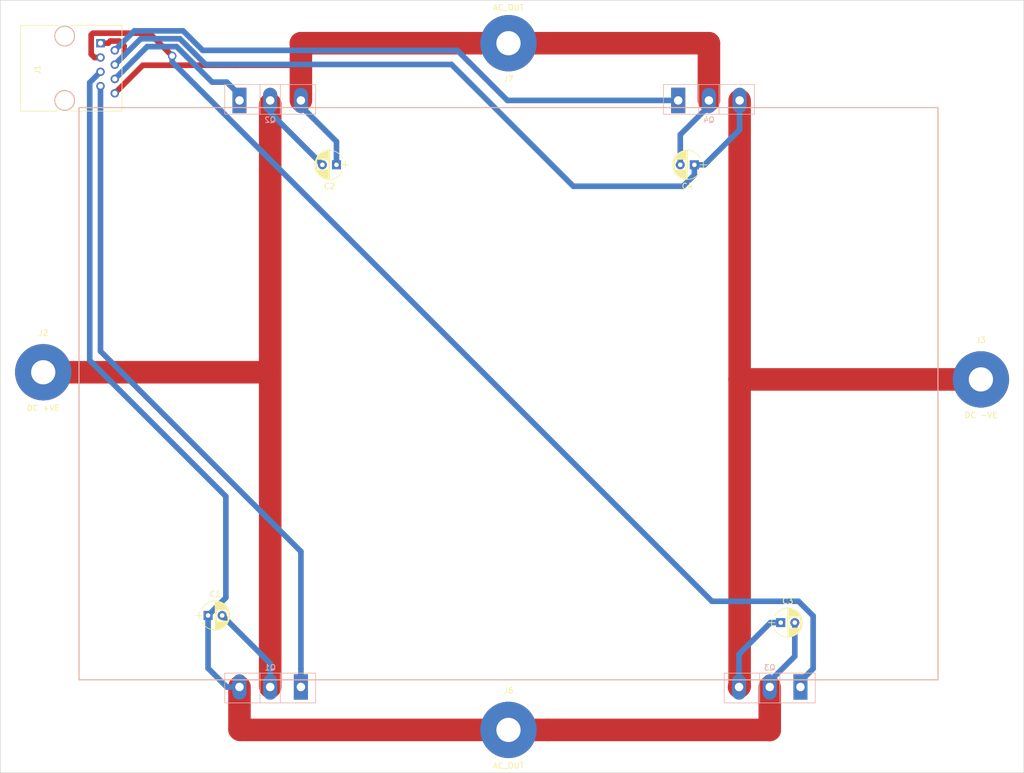
<source format=kicad_pcb>
(kicad_pcb (version 4) (host pcbnew 4.0.7)

  (general
    (links 24)
    (no_connects 0)
    (area 34.239999 20.269999 215.950001 157.530001)
    (thickness 1.6)
    (drawings 36)
    (tracks 103)
    (zones 0)
    (modules 17)
    (nets 9)
  )

  (page A4)
  (layers
    (0 F.Cu mixed)
    (31 B.Cu power)
    (32 B.Adhes user hide)
    (33 F.Adhes user hide)
    (34 B.Paste user hide)
    (35 F.Paste user hide)
    (36 B.SilkS user)
    (37 F.SilkS user)
    (38 B.Mask user hide)
    (39 F.Mask user)
    (40 Dwgs.User user hide)
    (41 Cmts.User user hide)
    (42 Eco1.User user hide)
    (43 Eco2.User user hide)
    (44 Edge.Cuts user)
    (45 Margin user hide)
    (46 B.CrtYd user hide)
    (47 F.CrtYd user hide)
    (48 B.Fab user hide)
    (49 F.Fab user hide)
  )

  (setup
    (last_trace_width 1)
    (trace_clearance 0.4)
    (zone_clearance 0.508)
    (zone_45_only no)
    (trace_min 0.2)
    (segment_width 0.2)
    (edge_width 0.1)
    (via_size 1.5)
    (via_drill 1)
    (via_min_size 0.4)
    (via_min_drill 0.3)
    (uvia_size 1)
    (uvia_drill 0.5)
    (uvias_allowed no)
    (uvia_min_size 0.2)
    (uvia_min_drill 0.1)
    (pcb_text_width 0.3)
    (pcb_text_size 1.5 1.5)
    (mod_edge_width 0.15)
    (mod_text_size 1 1)
    (mod_text_width 0.15)
    (pad_size 10 10)
    (pad_drill 4.3)
    (pad_to_mask_clearance 0)
    (aux_axis_origin 0 0)
    (visible_elements 7FFFEFFF)
    (pcbplotparams
      (layerselection 0x000f0_80000001)
      (usegerberextensions false)
      (excludeedgelayer true)
      (linewidth 0.100000)
      (plotframeref false)
      (viasonmask false)
      (mode 1)
      (useauxorigin false)
      (hpglpennumber 1)
      (hpglpenspeed 20)
      (hpglpendiameter 15)
      (hpglpenoverlay 2)
      (psnegative false)
      (psa4output false)
      (plotreference true)
      (plotvalue true)
      (plotinvisibletext false)
      (padsonsilk false)
      (subtractmaskfromsilk false)
      (outputformat 1)
      (mirror false)
      (drillshape 0)
      (scaleselection 1)
      (outputdirectory ""))
  )

  (net 0 "")
  (net 1 GND_ISO_1)
  (net 2 DRV_GATE_1)
  (net 3 DRV_GATE_2)
  (net 4 DRV_GATE_3)
  (net 5 DRV_GATE_4)
  (net 6 GND_ISO_3)
  (net 7 "/SinglePowerSwitch 1/DRAIN")
  (net 8 GND_ISO_2)

  (net_class Default "This is the default net class."
    (clearance 0.4)
    (trace_width 1)
    (via_dia 1.5)
    (via_drill 1)
    (uvia_dia 1)
    (uvia_drill 0.5)
    (add_net "/SinglePowerSwitch 1/DRAIN")
    (add_net DRV_GATE_1)
    (add_net DRV_GATE_2)
    (add_net DRV_GATE_3)
    (add_net DRV_GATE_4)
    (add_net GND_ISO_1)
    (add_net GND_ISO_2)
    (add_net GND_ISO_3)
  )

  (net_class Power ""
    (clearance 1.5)
    (trace_width 5)
    (via_dia 1.5)
    (via_drill 1)
    (uvia_dia 1)
    (uvia_drill 0.5)
  )

  (module PartsLibraries:PowerConnectorRound (layer F.Cu) (tedit 5A2985A4) (tstamp 5A291ED2)
    (at 124.46 149.86 90)
    (path /59AEFF90)
    (fp_text reference J6 (at 6.985 0 180) (layer F.SilkS)
      (effects (font (size 1 1) (thickness 0.15)))
    )
    (fp_text value AC_OUT (at -6.35 0 180) (layer F.SilkS)
      (effects (font (size 1 1) (thickness 0.15)))
    )
    (pad 1 thru_hole circle (at 0 0 90) (size 10 10) (drill 4.3) (layers *.Cu *.Mask)
      (net 1 GND_ISO_1))
  )

  (module PartsLibraries:PowerConnectorRound (layer F.Cu) (tedit 5A298574) (tstamp 5A291ED7)
    (at 124.46 27.94 90)
    (path /59AFA697)
    (fp_text reference J7 (at -6.35 0 180) (layer F.SilkS)
      (effects (font (size 1 1) (thickness 0.15)))
    )
    (fp_text value AC_OUT (at 6.35 0 360) (layer F.SilkS)
      (effects (font (size 1 1) (thickness 0.15)))
    )
    (pad 1 thru_hole circle (at 0 0 90) (size 10 10) (drill 4.3) (layers *.Cu *.Mask)
      (net 8 GND_ISO_2))
  )

  (module PartsLibraries:PowerConnectorRound (layer F.Cu) (tedit 5A298643) (tstamp 5A291ECD)
    (at 208.28 83.63 90)
    (path /5A28246C)
    (fp_text reference J3 (at 2.985 0 180) (layer F.SilkS)
      (effects (font (size 1 1) (thickness 0.15)))
    )
    (fp_text value "DC -VE" (at -10.35 0 180) (layer F.SilkS)
      (effects (font (size 1 1) (thickness 0.15)))
    )
    (pad 1 thru_hole circle (at -4 0 90) (size 10 10) (drill 4.3) (layers *.Cu *.Mask)
      (net 6 GND_ISO_3))
  )

  (module PartsLibraries:PowerConnectorRound (layer F.Cu) (tedit 5A29863E) (tstamp 5A291EC8)
    (at 41.91 83.63 90)
    (path /5A28227C)
    (fp_text reference J2 (at 4.255 0 180) (layer F.SilkS)
      (effects (font (size 1 1) (thickness 0.15)))
    )
    (fp_text value "DC +VE" (at -9.08 0 180) (layer F.SilkS)
      (effects (font (size 1 1) (thickness 0.15)))
    )
    (pad 1 thru_hole circle (at -2.73 0 90) (size 10 10) (drill 4.3) (layers *.Cu *.Mask)
      (net 7 "/SinglePowerSwitch 1/DRAIN"))
  )

  (module PartsLibraries:RJ45 (layer F.Cu) (tedit 59511D7C) (tstamp 5A29397D)
    (at 52.07 27.94 270)
    (tags RJ45)
    (path /59AED755)
    (fp_text reference J1 (at 4.7 11.18 270) (layer F.SilkS)
      (effects (font (size 1 1) (thickness 0.15)))
    )
    (fp_text value RJ45 (at 4.59 6.25 270) (layer F.Fab)
      (effects (font (size 1 1) (thickness 0.15)))
    )
    (fp_line (start -3.17 14.22) (end 12.07 14.22) (layer F.SilkS) (width 0.12))
    (fp_line (start 12.07 -3.81) (end 12.06 5.18) (layer F.SilkS) (width 0.12))
    (fp_line (start 12.07 -3.81) (end -3.17 -3.81) (layer F.SilkS) (width 0.12))
    (fp_line (start -3.17 -3.81) (end -3.17 5.19) (layer F.SilkS) (width 0.12))
    (fp_line (start 12.06 7.52) (end 12.07 14.22) (layer F.SilkS) (width 0.12))
    (fp_line (start -3.17 7.51) (end -3.17 14.22) (layer F.SilkS) (width 0.12))
    (fp_line (start -3.56 -4.06) (end 12.46 -4.06) (layer F.CrtYd) (width 0.05))
    (fp_line (start -3.56 -4.06) (end -3.56 14.47) (layer F.CrtYd) (width 0.05))
    (fp_line (start 12.46 14.47) (end 12.46 -4.06) (layer F.CrtYd) (width 0.05))
    (fp_line (start 12.46 14.47) (end -3.56 14.47) (layer F.CrtYd) (width 0.05))
    (pad "" np_thru_hole circle (at 10.16 6.35 270) (size 3.65 3.65) (drill 3.25) (layers *.Cu *.SilkS *.Mask))
    (pad "" np_thru_hole circle (at -1.27 6.35 270) (size 3.65 3.65) (drill 3.25) (layers *.Cu *.SilkS *.Mask))
    (pad 1 thru_hole rect (at 0 0 270) (size 1.5 1.5) (drill 0.9) (layers *.Cu *.Mask)
      (net 6 GND_ISO_3))
    (pad 2 thru_hole circle (at 1.27 -2.54 270) (size 1.5 1.5) (drill 0.9) (layers *.Cu *.Mask)
      (net 5 DRV_GATE_4))
    (pad 3 thru_hole circle (at 2.54 0 270) (size 1.5 1.5) (drill 0.9) (layers *.Cu *.Mask)
      (net 4 DRV_GATE_3))
    (pad 4 thru_hole circle (at 3.81 -2.54 270) (size 1.5 1.5) (drill 0.9) (layers *.Cu *.Mask)
      (net 6 GND_ISO_3))
    (pad 5 thru_hole circle (at 5.08 0 270) (size 1.5 1.5) (drill 0.9) (layers *.Cu *.Mask)
      (net 1 GND_ISO_1))
    (pad 6 thru_hole circle (at 6.35 -2.54 270) (size 1.5 1.5) (drill 0.9) (layers *.Cu *.Mask)
      (net 3 DRV_GATE_2))
    (pad 7 thru_hole circle (at 7.62 0 270) (size 1.5 1.5) (drill 0.9) (layers *.Cu *.Mask)
      (net 2 DRV_GATE_1))
    (pad 8 thru_hole circle (at 8.89 -2.54 270) (size 1.5 1.5) (drill 0.9) (layers *.Cu *.Mask)
      (net 8 GND_ISO_2))
    (model ../../../../../../Development/multilevelinverter/Hardware/3D/RJ45.wrl
      (at (xyz 0.175 -0.667 0.3))
      (scale (xyz 10 10 10))
      (rotate (xyz 270 0 0))
    )
  )

  (module Mounting_Holes:MountingHole_4.3mm_M4 (layer F.Cu) (tedit 5A27F79F) (tstamp 5A2955FA)
    (at 181.61 123.19 180)
    (descr "Mounting Hole 4.3mm, no annular, M4")
    (tags "mounting hole 4.3mm no annular m4")
    (attr virtual)
    (fp_text reference "" (at 0 -5.3 180) (layer F.SilkS)
      (effects (font (size 1 1) (thickness 0.15)))
    )
    (fp_text value MountingHole_4.3mm_M4 (at 0 5.3 180) (layer F.Fab)
      (effects (font (size 1 1) (thickness 0.15)))
    )
    (fp_text user %R (at 0.3 0 180) (layer F.Fab)
      (effects (font (size 1 1) (thickness 0.15)))
    )
    (fp_circle (center 0 0) (end 4.3 0) (layer Cmts.User) (width 0.15))
    (fp_circle (center 0 0) (end 4.55 0) (layer F.CrtYd) (width 0.05))
    (pad 1 np_thru_hole circle (at 0 0 180) (size 4.3 4.3) (drill 4.3) (layers *.Cu *.Mask))
  )

  (module TO_SOT_Packages_THT:TO-247_TO-3P_Vertical (layer B.Cu) (tedit 58CE52AE) (tstamp 59AF0986)
    (at 76.73 38.1)
    (descr "TO-247, Vertical, RM 5.45mm, TO-3P")
    (tags "TO-247 Vertical RM 5.45mm TO-3P")
    (path /59AEEDCB/59AEE014)
    (fp_text reference Q2 (at 5.45 3.45) (layer B.SilkS)
      (effects (font (size 1 1) (thickness 0.15)) (justify mirror))
    )
    (fp_text value RFP12N10L (at 5.45 -6.07) (layer B.Fab)
      (effects (font (size 1 1) (thickness 0.15)) (justify mirror))
    )
    (fp_text user %R (at 5.45 3.45) (layer B.Fab)
      (effects (font (size 1 1) (thickness 0.15)) (justify mirror))
    )
    (fp_line (start -2.5 2.33) (end -2.5 -2.7) (layer B.Fab) (width 0.1))
    (fp_line (start -2.5 -2.7) (end 13.4 -2.7) (layer B.Fab) (width 0.1))
    (fp_line (start 13.4 -2.7) (end 13.4 2.33) (layer B.Fab) (width 0.1))
    (fp_line (start 13.4 2.33) (end -2.5 2.33) (layer B.Fab) (width 0.1))
    (fp_line (start 3.645 2.33) (end 3.645 -2.7) (layer B.Fab) (width 0.1))
    (fp_line (start 7.255 2.33) (end 7.255 -2.7) (layer B.Fab) (width 0.1))
    (fp_line (start -2.62 2.451) (end 13.52 2.451) (layer B.SilkS) (width 0.12))
    (fp_line (start -2.62 -2.82) (end 13.52 -2.82) (layer B.SilkS) (width 0.12))
    (fp_line (start -2.62 2.451) (end -2.62 -2.82) (layer B.SilkS) (width 0.12))
    (fp_line (start 13.52 2.451) (end 13.52 -2.82) (layer B.SilkS) (width 0.12))
    (fp_line (start 3.646 2.451) (end 3.646 -2.82) (layer B.SilkS) (width 0.12))
    (fp_line (start 7.255 2.451) (end 7.255 -2.82) (layer B.SilkS) (width 0.12))
    (fp_line (start -2.75 2.59) (end -2.75 -2.95) (layer B.CrtYd) (width 0.05))
    (fp_line (start -2.75 -2.95) (end 13.65 -2.95) (layer B.CrtYd) (width 0.05))
    (fp_line (start 13.65 -2.95) (end 13.65 2.59) (layer B.CrtYd) (width 0.05))
    (fp_line (start 13.65 2.59) (end -2.75 2.59) (layer B.CrtYd) (width 0.05))
    (pad 1 thru_hole rect (at 0 0) (size 2.5 4.5) (drill 1.5) (layers *.Cu *.Mask)
      (net 3 DRV_GATE_2))
    (pad 2 thru_hole oval (at 5.45 0) (size 2.5 4.5) (drill 1.5) (layers *.Cu *.Mask)
      (net 7 "/SinglePowerSwitch 1/DRAIN"))
    (pad 3 thru_hole oval (at 10.9 0) (size 2.5 4.5) (drill 1.5) (layers *.Cu *.Mask)
      (net 8 GND_ISO_2))
    (model ${KISYS3DMOD}/TO_SOT_Packages_THT.3dshapes/TO-247_TO-3P_Vertical.wrl
      (at (xyz 0.212598 0 0))
      (scale (xyz 1 1 1))
      (rotate (xyz 0 0 0))
    )
  )

  (module Mounting_Holes:MountingHole_4.3mm_M4 (layer F.Cu) (tedit 5A27F79F) (tstamp 5A172C67)
    (at 181.61 54.61 180)
    (descr "Mounting Hole 4.3mm, no annular, M4")
    (tags "mounting hole 4.3mm no annular m4")
    (attr virtual)
    (fp_text reference "" (at 0 -5.3 180) (layer F.SilkS)
      (effects (font (size 1 1) (thickness 0.15)))
    )
    (fp_text value MountingHole_4.3mm_M4 (at 0 5.3 180) (layer F.Fab)
      (effects (font (size 1 1) (thickness 0.15)))
    )
    (fp_text user %R (at 0.3 0 180) (layer F.Fab)
      (effects (font (size 1 1) (thickness 0.15)))
    )
    (fp_circle (center 0 0) (end 4.3 0) (layer Cmts.User) (width 0.15))
    (fp_circle (center 0 0) (end 4.55 0) (layer F.CrtYd) (width 0.05))
    (pad 1 np_thru_hole circle (at 0 0 180) (size 4.3 4.3) (drill 4.3) (layers *.Cu *.Mask))
  )

  (module PartsLibraries:CP_Radial_D5.0mm_P2.50mm (layer F.Cu) (tedit 597BC7C2) (tstamp 59AF0722)
    (at 71.16 129.54)
    (descr "CP, Radial series, Radial, pin pitch=2.50mm, , diameter=5mm, Electrolytic Capacitor")
    (tags "CP Radial series Radial pin pitch 2.50mm  diameter 5mm Electrolytic Capacitor")
    (path /59AEDD49/59AEE01D)
    (fp_text reference C1 (at 1.25 -3.81) (layer F.SilkS)
      (effects (font (size 1 1) (thickness 0.15)))
    )
    (fp_text value C (at 1.25 3.81) (layer F.Fab)
      (effects (font (size 1 1) (thickness 0.15)))
    )
    (fp_arc (start 1.25 0) (end -1.05558 -1.18) (angle 125.8) (layer F.SilkS) (width 0.12))
    (fp_arc (start 1.25 0) (end -1.05558 1.18) (angle -125.8) (layer F.SilkS) (width 0.12))
    (fp_arc (start 1.25 0) (end 3.55558 -1.18) (angle 54.2) (layer F.SilkS) (width 0.12))
    (fp_circle (center 1.25 0) (end 3.75 0) (layer F.Fab) (width 0.1))
    (fp_line (start -2.2 0) (end -1 0) (layer F.Fab) (width 0.1))
    (fp_line (start -1.6 -0.65) (end -1.6 0.65) (layer F.Fab) (width 0.1))
    (fp_line (start 1.25 -2.55) (end 1.25 2.55) (layer F.SilkS) (width 0.12))
    (fp_line (start 1.29 -2.55) (end 1.29 2.55) (layer F.SilkS) (width 0.12))
    (fp_line (start 1.33 -2.549) (end 1.33 2.549) (layer F.SilkS) (width 0.12))
    (fp_line (start 1.37 -2.548) (end 1.37 2.548) (layer F.SilkS) (width 0.12))
    (fp_line (start 1.41 -2.546) (end 1.41 2.546) (layer F.SilkS) (width 0.12))
    (fp_line (start 1.45 -2.543) (end 1.45 2.543) (layer F.SilkS) (width 0.12))
    (fp_line (start 1.49 -2.539) (end 1.49 2.539) (layer F.SilkS) (width 0.12))
    (fp_line (start 1.53 -2.535) (end 1.53 -0.98) (layer F.SilkS) (width 0.12))
    (fp_line (start 1.53 0.98) (end 1.53 2.535) (layer F.SilkS) (width 0.12))
    (fp_line (start 1.57 -2.531) (end 1.57 -0.98) (layer F.SilkS) (width 0.12))
    (fp_line (start 1.57 0.98) (end 1.57 2.531) (layer F.SilkS) (width 0.12))
    (fp_line (start 1.61 -2.525) (end 1.61 -0.98) (layer F.SilkS) (width 0.12))
    (fp_line (start 1.61 0.98) (end 1.61 2.525) (layer F.SilkS) (width 0.12))
    (fp_line (start 1.65 -2.519) (end 1.65 -0.98) (layer F.SilkS) (width 0.12))
    (fp_line (start 1.65 0.98) (end 1.65 2.519) (layer F.SilkS) (width 0.12))
    (fp_line (start 1.69 -2.513) (end 1.69 -0.98) (layer F.SilkS) (width 0.12))
    (fp_line (start 1.69 0.98) (end 1.69 2.513) (layer F.SilkS) (width 0.12))
    (fp_line (start 1.73 -2.506) (end 1.73 -0.98) (layer F.SilkS) (width 0.12))
    (fp_line (start 1.73 0.98) (end 1.73 2.506) (layer F.SilkS) (width 0.12))
    (fp_line (start 1.77 -2.498) (end 1.77 -0.98) (layer F.SilkS) (width 0.12))
    (fp_line (start 1.77 0.98) (end 1.77 2.498) (layer F.SilkS) (width 0.12))
    (fp_line (start 1.81 -2.489) (end 1.81 -0.98) (layer F.SilkS) (width 0.12))
    (fp_line (start 1.81 0.98) (end 1.81 2.489) (layer F.SilkS) (width 0.12))
    (fp_line (start 1.85 -2.48) (end 1.85 -0.98) (layer F.SilkS) (width 0.12))
    (fp_line (start 1.85 0.98) (end 1.85 2.48) (layer F.SilkS) (width 0.12))
    (fp_line (start 1.89 -2.47) (end 1.89 -0.98) (layer F.SilkS) (width 0.12))
    (fp_line (start 1.89 0.98) (end 1.89 2.47) (layer F.SilkS) (width 0.12))
    (fp_line (start 1.93 -2.46) (end 1.93 -0.98) (layer F.SilkS) (width 0.12))
    (fp_line (start 1.93 0.98) (end 1.93 2.46) (layer F.SilkS) (width 0.12))
    (fp_line (start 1.971 -2.448) (end 1.971 -0.98) (layer F.SilkS) (width 0.12))
    (fp_line (start 1.971 0.98) (end 1.971 2.448) (layer F.SilkS) (width 0.12))
    (fp_line (start 2.011 -2.436) (end 2.011 -0.98) (layer F.SilkS) (width 0.12))
    (fp_line (start 2.011 0.98) (end 2.011 2.436) (layer F.SilkS) (width 0.12))
    (fp_line (start 2.051 -2.424) (end 2.051 -0.98) (layer F.SilkS) (width 0.12))
    (fp_line (start 2.051 0.98) (end 2.051 2.424) (layer F.SilkS) (width 0.12))
    (fp_line (start 2.091 -2.41) (end 2.091 -0.98) (layer F.SilkS) (width 0.12))
    (fp_line (start 2.091 0.98) (end 2.091 2.41) (layer F.SilkS) (width 0.12))
    (fp_line (start 2.131 -2.396) (end 2.131 -0.98) (layer F.SilkS) (width 0.12))
    (fp_line (start 2.131 0.98) (end 2.131 2.396) (layer F.SilkS) (width 0.12))
    (fp_line (start 2.171 -2.382) (end 2.171 -0.98) (layer F.SilkS) (width 0.12))
    (fp_line (start 2.171 0.98) (end 2.171 2.382) (layer F.SilkS) (width 0.12))
    (fp_line (start 2.211 -2.366) (end 2.211 -0.98) (layer F.SilkS) (width 0.12))
    (fp_line (start 2.211 0.98) (end 2.211 2.366) (layer F.SilkS) (width 0.12))
    (fp_line (start 2.251 -2.35) (end 2.251 -0.98) (layer F.SilkS) (width 0.12))
    (fp_line (start 2.251 0.98) (end 2.251 2.35) (layer F.SilkS) (width 0.12))
    (fp_line (start 2.291 -2.333) (end 2.291 -0.98) (layer F.SilkS) (width 0.12))
    (fp_line (start 2.291 0.98) (end 2.291 2.333) (layer F.SilkS) (width 0.12))
    (fp_line (start 2.331 -2.315) (end 2.331 -0.98) (layer F.SilkS) (width 0.12))
    (fp_line (start 2.331 0.98) (end 2.331 2.315) (layer F.SilkS) (width 0.12))
    (fp_line (start 2.371 -2.296) (end 2.371 -0.98) (layer F.SilkS) (width 0.12))
    (fp_line (start 2.371 0.98) (end 2.371 2.296) (layer F.SilkS) (width 0.12))
    (fp_line (start 2.411 -2.276) (end 2.411 -0.98) (layer F.SilkS) (width 0.12))
    (fp_line (start 2.411 0.98) (end 2.411 2.276) (layer F.SilkS) (width 0.12))
    (fp_line (start 2.451 -2.256) (end 2.451 -0.98) (layer F.SilkS) (width 0.12))
    (fp_line (start 2.451 0.98) (end 2.451 2.256) (layer F.SilkS) (width 0.12))
    (fp_line (start 2.491 -2.234) (end 2.491 -0.98) (layer F.SilkS) (width 0.12))
    (fp_line (start 2.491 0.98) (end 2.491 2.234) (layer F.SilkS) (width 0.12))
    (fp_line (start 2.531 -2.212) (end 2.531 -0.98) (layer F.SilkS) (width 0.12))
    (fp_line (start 2.531 0.98) (end 2.531 2.212) (layer F.SilkS) (width 0.12))
    (fp_line (start 2.571 -2.189) (end 2.571 -0.98) (layer F.SilkS) (width 0.12))
    (fp_line (start 2.571 0.98) (end 2.571 2.189) (layer F.SilkS) (width 0.12))
    (fp_line (start 2.611 -2.165) (end 2.611 -0.98) (layer F.SilkS) (width 0.12))
    (fp_line (start 2.611 0.98) (end 2.611 2.165) (layer F.SilkS) (width 0.12))
    (fp_line (start 2.651 -2.14) (end 2.651 -0.98) (layer F.SilkS) (width 0.12))
    (fp_line (start 2.651 0.98) (end 2.651 2.14) (layer F.SilkS) (width 0.12))
    (fp_line (start 2.691 -2.113) (end 2.691 -0.98) (layer F.SilkS) (width 0.12))
    (fp_line (start 2.691 0.98) (end 2.691 2.113) (layer F.SilkS) (width 0.12))
    (fp_line (start 2.731 -2.086) (end 2.731 -0.98) (layer F.SilkS) (width 0.12))
    (fp_line (start 2.731 0.98) (end 2.731 2.086) (layer F.SilkS) (width 0.12))
    (fp_line (start 2.771 -2.058) (end 2.771 -0.98) (layer F.SilkS) (width 0.12))
    (fp_line (start 2.771 0.98) (end 2.771 2.058) (layer F.SilkS) (width 0.12))
    (fp_line (start 2.811 -2.028) (end 2.811 -0.98) (layer F.SilkS) (width 0.12))
    (fp_line (start 2.811 0.98) (end 2.811 2.028) (layer F.SilkS) (width 0.12))
    (fp_line (start 2.851 -1.997) (end 2.851 -0.98) (layer F.SilkS) (width 0.12))
    (fp_line (start 2.851 0.98) (end 2.851 1.997) (layer F.SilkS) (width 0.12))
    (fp_line (start 2.891 -1.965) (end 2.891 -0.98) (layer F.SilkS) (width 0.12))
    (fp_line (start 2.891 0.98) (end 2.891 1.965) (layer F.SilkS) (width 0.12))
    (fp_line (start 2.931 -1.932) (end 2.931 -0.98) (layer F.SilkS) (width 0.12))
    (fp_line (start 2.931 0.98) (end 2.931 1.932) (layer F.SilkS) (width 0.12))
    (fp_line (start 2.971 -1.897) (end 2.971 -0.98) (layer F.SilkS) (width 0.12))
    (fp_line (start 2.971 0.98) (end 2.971 1.897) (layer F.SilkS) (width 0.12))
    (fp_line (start 3.011 -1.861) (end 3.011 -0.98) (layer F.SilkS) (width 0.12))
    (fp_line (start 3.011 0.98) (end 3.011 1.861) (layer F.SilkS) (width 0.12))
    (fp_line (start 3.051 -1.823) (end 3.051 -0.98) (layer F.SilkS) (width 0.12))
    (fp_line (start 3.051 0.98) (end 3.051 1.823) (layer F.SilkS) (width 0.12))
    (fp_line (start 3.091 -1.783) (end 3.091 -0.98) (layer F.SilkS) (width 0.12))
    (fp_line (start 3.091 0.98) (end 3.091 1.783) (layer F.SilkS) (width 0.12))
    (fp_line (start 3.131 -1.742) (end 3.131 -0.98) (layer F.SilkS) (width 0.12))
    (fp_line (start 3.131 0.98) (end 3.131 1.742) (layer F.SilkS) (width 0.12))
    (fp_line (start 3.171 -1.699) (end 3.171 -0.98) (layer F.SilkS) (width 0.12))
    (fp_line (start 3.171 0.98) (end 3.171 1.699) (layer F.SilkS) (width 0.12))
    (fp_line (start 3.211 -1.654) (end 3.211 -0.98) (layer F.SilkS) (width 0.12))
    (fp_line (start 3.211 0.98) (end 3.211 1.654) (layer F.SilkS) (width 0.12))
    (fp_line (start 3.251 -1.606) (end 3.251 -0.98) (layer F.SilkS) (width 0.12))
    (fp_line (start 3.251 0.98) (end 3.251 1.606) (layer F.SilkS) (width 0.12))
    (fp_line (start 3.291 -1.556) (end 3.291 -0.98) (layer F.SilkS) (width 0.12))
    (fp_line (start 3.291 0.98) (end 3.291 1.556) (layer F.SilkS) (width 0.12))
    (fp_line (start 3.331 -1.504) (end 3.331 -0.98) (layer F.SilkS) (width 0.12))
    (fp_line (start 3.331 0.98) (end 3.331 1.504) (layer F.SilkS) (width 0.12))
    (fp_line (start 3.371 -1.448) (end 3.371 -0.98) (layer F.SilkS) (width 0.12))
    (fp_line (start 3.371 0.98) (end 3.371 1.448) (layer F.SilkS) (width 0.12))
    (fp_line (start 3.411 -1.39) (end 3.411 -0.98) (layer F.SilkS) (width 0.12))
    (fp_line (start 3.411 0.98) (end 3.411 1.39) (layer F.SilkS) (width 0.12))
    (fp_line (start 3.451 -1.327) (end 3.451 -0.98) (layer F.SilkS) (width 0.12))
    (fp_line (start 3.451 0.98) (end 3.451 1.327) (layer F.SilkS) (width 0.12))
    (fp_line (start 3.491 -1.261) (end 3.491 1.261) (layer F.SilkS) (width 0.12))
    (fp_line (start 3.531 -1.189) (end 3.531 1.189) (layer F.SilkS) (width 0.12))
    (fp_line (start 3.571 -1.112) (end 3.571 1.112) (layer F.SilkS) (width 0.12))
    (fp_line (start 3.611 -1.028) (end 3.611 1.028) (layer F.SilkS) (width 0.12))
    (fp_line (start 3.651 -0.934) (end 3.651 0.934) (layer F.SilkS) (width 0.12))
    (fp_line (start 3.691 -0.829) (end 3.691 0.829) (layer F.SilkS) (width 0.12))
    (fp_line (start 3.731 -0.707) (end 3.731 0.707) (layer F.SilkS) (width 0.12))
    (fp_line (start 3.771 -0.559) (end 3.771 0.559) (layer F.SilkS) (width 0.12))
    (fp_line (start 3.811 -0.354) (end 3.811 0.354) (layer F.SilkS) (width 0.12))
    (fp_line (start -2.2 0) (end -1 0) (layer F.SilkS) (width 0.12))
    (fp_line (start -1.6 -0.65) (end -1.6 0.65) (layer F.SilkS) (width 0.12))
    (fp_line (start -1.6 -2.85) (end -1.6 2.85) (layer F.CrtYd) (width 0.05))
    (fp_line (start -1.6 2.85) (end 4.1 2.85) (layer F.CrtYd) (width 0.05))
    (fp_line (start 4.1 2.85) (end 4.1 -2.85) (layer F.CrtYd) (width 0.05))
    (fp_line (start 4.1 -2.85) (end -1.6 -2.85) (layer F.CrtYd) (width 0.05))
    (fp_text user %R (at 1.25 0) (layer F.Fab)
      (effects (font (size 1 1) (thickness 0.15)))
    )
    (pad 1 thru_hole rect (at 0 0) (size 1.6 1.6) (drill 0.8) (layers *.Cu *.Mask)
      (net 1 GND_ISO_1))
    (pad 2 thru_hole circle (at 2.5 0) (size 1.6 1.6) (drill 0.8) (layers *.Cu *.Mask)
      (net 7 "/SinglePowerSwitch 1/DRAIN"))
    (model ${KISYS3DMOD}/Capacitors_THT.3dshapes/CP_Radial_D5.0mm_P2.50mm.wrl
      (at (xyz 0 0 0))
      (scale (xyz 1 1 1))
      (rotate (xyz 0 0 0))
    )
  )

  (module PartsLibraries:CP_Radial_D5.0mm_P2.50mm (layer F.Cu) (tedit 597BC7C2) (tstamp 59AF082C)
    (at 172.76 130.81)
    (descr "CP, Radial series, Radial, pin pitch=2.50mm, , diameter=5mm, Electrolytic Capacitor")
    (tags "CP Radial series Radial pin pitch 2.50mm  diameter 5mm Electrolytic Capacitor")
    (path /59AEEFC6/59AEE01D)
    (fp_text reference C3 (at 1.25 -3.81) (layer F.SilkS)
      (effects (font (size 1 1) (thickness 0.15)))
    )
    (fp_text value C (at 1.25 3.81) (layer F.Fab)
      (effects (font (size 1 1) (thickness 0.15)))
    )
    (fp_arc (start 1.25 0) (end -1.05558 -1.18) (angle 125.8) (layer F.SilkS) (width 0.12))
    (fp_arc (start 1.25 0) (end -1.05558 1.18) (angle -125.8) (layer F.SilkS) (width 0.12))
    (fp_arc (start 1.25 0) (end 3.55558 -1.18) (angle 54.2) (layer F.SilkS) (width 0.12))
    (fp_circle (center 1.25 0) (end 3.75 0) (layer F.Fab) (width 0.1))
    (fp_line (start -2.2 0) (end -1 0) (layer F.Fab) (width 0.1))
    (fp_line (start -1.6 -0.65) (end -1.6 0.65) (layer F.Fab) (width 0.1))
    (fp_line (start 1.25 -2.55) (end 1.25 2.55) (layer F.SilkS) (width 0.12))
    (fp_line (start 1.29 -2.55) (end 1.29 2.55) (layer F.SilkS) (width 0.12))
    (fp_line (start 1.33 -2.549) (end 1.33 2.549) (layer F.SilkS) (width 0.12))
    (fp_line (start 1.37 -2.548) (end 1.37 2.548) (layer F.SilkS) (width 0.12))
    (fp_line (start 1.41 -2.546) (end 1.41 2.546) (layer F.SilkS) (width 0.12))
    (fp_line (start 1.45 -2.543) (end 1.45 2.543) (layer F.SilkS) (width 0.12))
    (fp_line (start 1.49 -2.539) (end 1.49 2.539) (layer F.SilkS) (width 0.12))
    (fp_line (start 1.53 -2.535) (end 1.53 -0.98) (layer F.SilkS) (width 0.12))
    (fp_line (start 1.53 0.98) (end 1.53 2.535) (layer F.SilkS) (width 0.12))
    (fp_line (start 1.57 -2.531) (end 1.57 -0.98) (layer F.SilkS) (width 0.12))
    (fp_line (start 1.57 0.98) (end 1.57 2.531) (layer F.SilkS) (width 0.12))
    (fp_line (start 1.61 -2.525) (end 1.61 -0.98) (layer F.SilkS) (width 0.12))
    (fp_line (start 1.61 0.98) (end 1.61 2.525) (layer F.SilkS) (width 0.12))
    (fp_line (start 1.65 -2.519) (end 1.65 -0.98) (layer F.SilkS) (width 0.12))
    (fp_line (start 1.65 0.98) (end 1.65 2.519) (layer F.SilkS) (width 0.12))
    (fp_line (start 1.69 -2.513) (end 1.69 -0.98) (layer F.SilkS) (width 0.12))
    (fp_line (start 1.69 0.98) (end 1.69 2.513) (layer F.SilkS) (width 0.12))
    (fp_line (start 1.73 -2.506) (end 1.73 -0.98) (layer F.SilkS) (width 0.12))
    (fp_line (start 1.73 0.98) (end 1.73 2.506) (layer F.SilkS) (width 0.12))
    (fp_line (start 1.77 -2.498) (end 1.77 -0.98) (layer F.SilkS) (width 0.12))
    (fp_line (start 1.77 0.98) (end 1.77 2.498) (layer F.SilkS) (width 0.12))
    (fp_line (start 1.81 -2.489) (end 1.81 -0.98) (layer F.SilkS) (width 0.12))
    (fp_line (start 1.81 0.98) (end 1.81 2.489) (layer F.SilkS) (width 0.12))
    (fp_line (start 1.85 -2.48) (end 1.85 -0.98) (layer F.SilkS) (width 0.12))
    (fp_line (start 1.85 0.98) (end 1.85 2.48) (layer F.SilkS) (width 0.12))
    (fp_line (start 1.89 -2.47) (end 1.89 -0.98) (layer F.SilkS) (width 0.12))
    (fp_line (start 1.89 0.98) (end 1.89 2.47) (layer F.SilkS) (width 0.12))
    (fp_line (start 1.93 -2.46) (end 1.93 -0.98) (layer F.SilkS) (width 0.12))
    (fp_line (start 1.93 0.98) (end 1.93 2.46) (layer F.SilkS) (width 0.12))
    (fp_line (start 1.971 -2.448) (end 1.971 -0.98) (layer F.SilkS) (width 0.12))
    (fp_line (start 1.971 0.98) (end 1.971 2.448) (layer F.SilkS) (width 0.12))
    (fp_line (start 2.011 -2.436) (end 2.011 -0.98) (layer F.SilkS) (width 0.12))
    (fp_line (start 2.011 0.98) (end 2.011 2.436) (layer F.SilkS) (width 0.12))
    (fp_line (start 2.051 -2.424) (end 2.051 -0.98) (layer F.SilkS) (width 0.12))
    (fp_line (start 2.051 0.98) (end 2.051 2.424) (layer F.SilkS) (width 0.12))
    (fp_line (start 2.091 -2.41) (end 2.091 -0.98) (layer F.SilkS) (width 0.12))
    (fp_line (start 2.091 0.98) (end 2.091 2.41) (layer F.SilkS) (width 0.12))
    (fp_line (start 2.131 -2.396) (end 2.131 -0.98) (layer F.SilkS) (width 0.12))
    (fp_line (start 2.131 0.98) (end 2.131 2.396) (layer F.SilkS) (width 0.12))
    (fp_line (start 2.171 -2.382) (end 2.171 -0.98) (layer F.SilkS) (width 0.12))
    (fp_line (start 2.171 0.98) (end 2.171 2.382) (layer F.SilkS) (width 0.12))
    (fp_line (start 2.211 -2.366) (end 2.211 -0.98) (layer F.SilkS) (width 0.12))
    (fp_line (start 2.211 0.98) (end 2.211 2.366) (layer F.SilkS) (width 0.12))
    (fp_line (start 2.251 -2.35) (end 2.251 -0.98) (layer F.SilkS) (width 0.12))
    (fp_line (start 2.251 0.98) (end 2.251 2.35) (layer F.SilkS) (width 0.12))
    (fp_line (start 2.291 -2.333) (end 2.291 -0.98) (layer F.SilkS) (width 0.12))
    (fp_line (start 2.291 0.98) (end 2.291 2.333) (layer F.SilkS) (width 0.12))
    (fp_line (start 2.331 -2.315) (end 2.331 -0.98) (layer F.SilkS) (width 0.12))
    (fp_line (start 2.331 0.98) (end 2.331 2.315) (layer F.SilkS) (width 0.12))
    (fp_line (start 2.371 -2.296) (end 2.371 -0.98) (layer F.SilkS) (width 0.12))
    (fp_line (start 2.371 0.98) (end 2.371 2.296) (layer F.SilkS) (width 0.12))
    (fp_line (start 2.411 -2.276) (end 2.411 -0.98) (layer F.SilkS) (width 0.12))
    (fp_line (start 2.411 0.98) (end 2.411 2.276) (layer F.SilkS) (width 0.12))
    (fp_line (start 2.451 -2.256) (end 2.451 -0.98) (layer F.SilkS) (width 0.12))
    (fp_line (start 2.451 0.98) (end 2.451 2.256) (layer F.SilkS) (width 0.12))
    (fp_line (start 2.491 -2.234) (end 2.491 -0.98) (layer F.SilkS) (width 0.12))
    (fp_line (start 2.491 0.98) (end 2.491 2.234) (layer F.SilkS) (width 0.12))
    (fp_line (start 2.531 -2.212) (end 2.531 -0.98) (layer F.SilkS) (width 0.12))
    (fp_line (start 2.531 0.98) (end 2.531 2.212) (layer F.SilkS) (width 0.12))
    (fp_line (start 2.571 -2.189) (end 2.571 -0.98) (layer F.SilkS) (width 0.12))
    (fp_line (start 2.571 0.98) (end 2.571 2.189) (layer F.SilkS) (width 0.12))
    (fp_line (start 2.611 -2.165) (end 2.611 -0.98) (layer F.SilkS) (width 0.12))
    (fp_line (start 2.611 0.98) (end 2.611 2.165) (layer F.SilkS) (width 0.12))
    (fp_line (start 2.651 -2.14) (end 2.651 -0.98) (layer F.SilkS) (width 0.12))
    (fp_line (start 2.651 0.98) (end 2.651 2.14) (layer F.SilkS) (width 0.12))
    (fp_line (start 2.691 -2.113) (end 2.691 -0.98) (layer F.SilkS) (width 0.12))
    (fp_line (start 2.691 0.98) (end 2.691 2.113) (layer F.SilkS) (width 0.12))
    (fp_line (start 2.731 -2.086) (end 2.731 -0.98) (layer F.SilkS) (width 0.12))
    (fp_line (start 2.731 0.98) (end 2.731 2.086) (layer F.SilkS) (width 0.12))
    (fp_line (start 2.771 -2.058) (end 2.771 -0.98) (layer F.SilkS) (width 0.12))
    (fp_line (start 2.771 0.98) (end 2.771 2.058) (layer F.SilkS) (width 0.12))
    (fp_line (start 2.811 -2.028) (end 2.811 -0.98) (layer F.SilkS) (width 0.12))
    (fp_line (start 2.811 0.98) (end 2.811 2.028) (layer F.SilkS) (width 0.12))
    (fp_line (start 2.851 -1.997) (end 2.851 -0.98) (layer F.SilkS) (width 0.12))
    (fp_line (start 2.851 0.98) (end 2.851 1.997) (layer F.SilkS) (width 0.12))
    (fp_line (start 2.891 -1.965) (end 2.891 -0.98) (layer F.SilkS) (width 0.12))
    (fp_line (start 2.891 0.98) (end 2.891 1.965) (layer F.SilkS) (width 0.12))
    (fp_line (start 2.931 -1.932) (end 2.931 -0.98) (layer F.SilkS) (width 0.12))
    (fp_line (start 2.931 0.98) (end 2.931 1.932) (layer F.SilkS) (width 0.12))
    (fp_line (start 2.971 -1.897) (end 2.971 -0.98) (layer F.SilkS) (width 0.12))
    (fp_line (start 2.971 0.98) (end 2.971 1.897) (layer F.SilkS) (width 0.12))
    (fp_line (start 3.011 -1.861) (end 3.011 -0.98) (layer F.SilkS) (width 0.12))
    (fp_line (start 3.011 0.98) (end 3.011 1.861) (layer F.SilkS) (width 0.12))
    (fp_line (start 3.051 -1.823) (end 3.051 -0.98) (layer F.SilkS) (width 0.12))
    (fp_line (start 3.051 0.98) (end 3.051 1.823) (layer F.SilkS) (width 0.12))
    (fp_line (start 3.091 -1.783) (end 3.091 -0.98) (layer F.SilkS) (width 0.12))
    (fp_line (start 3.091 0.98) (end 3.091 1.783) (layer F.SilkS) (width 0.12))
    (fp_line (start 3.131 -1.742) (end 3.131 -0.98) (layer F.SilkS) (width 0.12))
    (fp_line (start 3.131 0.98) (end 3.131 1.742) (layer F.SilkS) (width 0.12))
    (fp_line (start 3.171 -1.699) (end 3.171 -0.98) (layer F.SilkS) (width 0.12))
    (fp_line (start 3.171 0.98) (end 3.171 1.699) (layer F.SilkS) (width 0.12))
    (fp_line (start 3.211 -1.654) (end 3.211 -0.98) (layer F.SilkS) (width 0.12))
    (fp_line (start 3.211 0.98) (end 3.211 1.654) (layer F.SilkS) (width 0.12))
    (fp_line (start 3.251 -1.606) (end 3.251 -0.98) (layer F.SilkS) (width 0.12))
    (fp_line (start 3.251 0.98) (end 3.251 1.606) (layer F.SilkS) (width 0.12))
    (fp_line (start 3.291 -1.556) (end 3.291 -0.98) (layer F.SilkS) (width 0.12))
    (fp_line (start 3.291 0.98) (end 3.291 1.556) (layer F.SilkS) (width 0.12))
    (fp_line (start 3.331 -1.504) (end 3.331 -0.98) (layer F.SilkS) (width 0.12))
    (fp_line (start 3.331 0.98) (end 3.331 1.504) (layer F.SilkS) (width 0.12))
    (fp_line (start 3.371 -1.448) (end 3.371 -0.98) (layer F.SilkS) (width 0.12))
    (fp_line (start 3.371 0.98) (end 3.371 1.448) (layer F.SilkS) (width 0.12))
    (fp_line (start 3.411 -1.39) (end 3.411 -0.98) (layer F.SilkS) (width 0.12))
    (fp_line (start 3.411 0.98) (end 3.411 1.39) (layer F.SilkS) (width 0.12))
    (fp_line (start 3.451 -1.327) (end 3.451 -0.98) (layer F.SilkS) (width 0.12))
    (fp_line (start 3.451 0.98) (end 3.451 1.327) (layer F.SilkS) (width 0.12))
    (fp_line (start 3.491 -1.261) (end 3.491 1.261) (layer F.SilkS) (width 0.12))
    (fp_line (start 3.531 -1.189) (end 3.531 1.189) (layer F.SilkS) (width 0.12))
    (fp_line (start 3.571 -1.112) (end 3.571 1.112) (layer F.SilkS) (width 0.12))
    (fp_line (start 3.611 -1.028) (end 3.611 1.028) (layer F.SilkS) (width 0.12))
    (fp_line (start 3.651 -0.934) (end 3.651 0.934) (layer F.SilkS) (width 0.12))
    (fp_line (start 3.691 -0.829) (end 3.691 0.829) (layer F.SilkS) (width 0.12))
    (fp_line (start 3.731 -0.707) (end 3.731 0.707) (layer F.SilkS) (width 0.12))
    (fp_line (start 3.771 -0.559) (end 3.771 0.559) (layer F.SilkS) (width 0.12))
    (fp_line (start 3.811 -0.354) (end 3.811 0.354) (layer F.SilkS) (width 0.12))
    (fp_line (start -2.2 0) (end -1 0) (layer F.SilkS) (width 0.12))
    (fp_line (start -1.6 -0.65) (end -1.6 0.65) (layer F.SilkS) (width 0.12))
    (fp_line (start -1.6 -2.85) (end -1.6 2.85) (layer F.CrtYd) (width 0.05))
    (fp_line (start -1.6 2.85) (end 4.1 2.85) (layer F.CrtYd) (width 0.05))
    (fp_line (start 4.1 2.85) (end 4.1 -2.85) (layer F.CrtYd) (width 0.05))
    (fp_line (start 4.1 -2.85) (end -1.6 -2.85) (layer F.CrtYd) (width 0.05))
    (fp_text user %R (at 1.25 0) (layer F.Fab)
      (effects (font (size 1 1) (thickness 0.15)))
    )
    (pad 1 thru_hole rect (at 0 0) (size 1.6 1.6) (drill 0.8) (layers *.Cu *.Mask)
      (net 6 GND_ISO_3))
    (pad 2 thru_hole circle (at 2.5 0) (size 1.6 1.6) (drill 0.8) (layers *.Cu *.Mask)
      (net 1 GND_ISO_1))
    (model ${KISYS3DMOD}/Capacitors_THT.3dshapes/CP_Radial_D5.0mm_P2.50mm.wrl
      (at (xyz 0 0 0))
      (scale (xyz 1 1 1))
      (rotate (xyz 0 0 0))
    )
  )

  (module Mounting_Holes:MountingHole_4.3mm_M4 (layer F.Cu) (tedit 5A27F7A2) (tstamp 5A172C6E)
    (at 66.04 54.61 180)
    (descr "Mounting Hole 4.3mm, no annular, M4")
    (tags "mounting hole 4.3mm no annular m4")
    (attr virtual)
    (fp_text reference "" (at 0 -5.3 180) (layer F.SilkS)
      (effects (font (size 1 1) (thickness 0.15)))
    )
    (fp_text value MountingHole_4.3mm_M4 (at 0 5.3 180) (layer F.Fab)
      (effects (font (size 1 1) (thickness 0.15)))
    )
    (fp_text user %R (at 0.3 0 180) (layer F.Fab)
      (effects (font (size 1 1) (thickness 0.15)))
    )
    (fp_circle (center 0 0) (end 4.3 0) (layer Cmts.User) (width 0.15))
    (fp_circle (center 0 0) (end 4.55 0) (layer F.CrtYd) (width 0.05))
    (pad 1 np_thru_hole circle (at 0 0 180) (size 4.3 4.3) (drill 4.3) (layers *.Cu *.Mask))
  )

  (module Mounting_Holes:MountingHole_4.3mm_M4 (layer F.Cu) (tedit 5A27F798) (tstamp 5A172C60)
    (at 66.04 123.19 180)
    (descr "Mounting Hole 4.3mm, no annular, M4")
    (tags "mounting hole 4.3mm no annular m4")
    (attr virtual)
    (fp_text reference "" (at 0 -5.3 180) (layer F.SilkS)
      (effects (font (size 1 1) (thickness 0.15)))
    )
    (fp_text value MountingHole_4.3mm_M4 (at 0 5.3 180) (layer F.Fab)
      (effects (font (size 1 1) (thickness 0.15)))
    )
    (fp_text user %R (at 0.3 0 180) (layer F.Fab)
      (effects (font (size 1 1) (thickness 0.15)))
    )
    (fp_circle (center 0 0) (end 4.3 0) (layer Cmts.User) (width 0.15))
    (fp_circle (center 0 0) (end 4.55 0) (layer F.CrtYd) (width 0.05))
    (pad 1 np_thru_hole circle (at 0 0 180) (size 4.3 4.3) (drill 4.3) (layers *.Cu *.Mask))
  )

  (module PartsLibraries:CP_Radial_D5.0mm_P2.50mm (layer F.Cu) (tedit 597BC7C2) (tstamp 59AF07A7)
    (at 93.94 49.53 180)
    (descr "CP, Radial series, Radial, pin pitch=2.50mm, , diameter=5mm, Electrolytic Capacitor")
    (tags "CP Radial series Radial pin pitch 2.50mm  diameter 5mm Electrolytic Capacitor")
    (path /59AEEDCB/59AEE01D)
    (fp_text reference C2 (at 1.25 -3.81 180) (layer F.SilkS)
      (effects (font (size 1 1) (thickness 0.15)))
    )
    (fp_text value C (at 1.25 3.81 180) (layer F.Fab)
      (effects (font (size 1 1) (thickness 0.15)))
    )
    (fp_arc (start 1.25 0) (end -1.05558 -1.18) (angle 125.8) (layer F.SilkS) (width 0.12))
    (fp_arc (start 1.25 0) (end -1.05558 1.18) (angle -125.8) (layer F.SilkS) (width 0.12))
    (fp_arc (start 1.25 0) (end 3.55558 -1.18) (angle 54.2) (layer F.SilkS) (width 0.12))
    (fp_circle (center 1.25 0) (end 3.75 0) (layer F.Fab) (width 0.1))
    (fp_line (start -2.2 0) (end -1 0) (layer F.Fab) (width 0.1))
    (fp_line (start -1.6 -0.65) (end -1.6 0.65) (layer F.Fab) (width 0.1))
    (fp_line (start 1.25 -2.55) (end 1.25 2.55) (layer F.SilkS) (width 0.12))
    (fp_line (start 1.29 -2.55) (end 1.29 2.55) (layer F.SilkS) (width 0.12))
    (fp_line (start 1.33 -2.549) (end 1.33 2.549) (layer F.SilkS) (width 0.12))
    (fp_line (start 1.37 -2.548) (end 1.37 2.548) (layer F.SilkS) (width 0.12))
    (fp_line (start 1.41 -2.546) (end 1.41 2.546) (layer F.SilkS) (width 0.12))
    (fp_line (start 1.45 -2.543) (end 1.45 2.543) (layer F.SilkS) (width 0.12))
    (fp_line (start 1.49 -2.539) (end 1.49 2.539) (layer F.SilkS) (width 0.12))
    (fp_line (start 1.53 -2.535) (end 1.53 -0.98) (layer F.SilkS) (width 0.12))
    (fp_line (start 1.53 0.98) (end 1.53 2.535) (layer F.SilkS) (width 0.12))
    (fp_line (start 1.57 -2.531) (end 1.57 -0.98) (layer F.SilkS) (width 0.12))
    (fp_line (start 1.57 0.98) (end 1.57 2.531) (layer F.SilkS) (width 0.12))
    (fp_line (start 1.61 -2.525) (end 1.61 -0.98) (layer F.SilkS) (width 0.12))
    (fp_line (start 1.61 0.98) (end 1.61 2.525) (layer F.SilkS) (width 0.12))
    (fp_line (start 1.65 -2.519) (end 1.65 -0.98) (layer F.SilkS) (width 0.12))
    (fp_line (start 1.65 0.98) (end 1.65 2.519) (layer F.SilkS) (width 0.12))
    (fp_line (start 1.69 -2.513) (end 1.69 -0.98) (layer F.SilkS) (width 0.12))
    (fp_line (start 1.69 0.98) (end 1.69 2.513) (layer F.SilkS) (width 0.12))
    (fp_line (start 1.73 -2.506) (end 1.73 -0.98) (layer F.SilkS) (width 0.12))
    (fp_line (start 1.73 0.98) (end 1.73 2.506) (layer F.SilkS) (width 0.12))
    (fp_line (start 1.77 -2.498) (end 1.77 -0.98) (layer F.SilkS) (width 0.12))
    (fp_line (start 1.77 0.98) (end 1.77 2.498) (layer F.SilkS) (width 0.12))
    (fp_line (start 1.81 -2.489) (end 1.81 -0.98) (layer F.SilkS) (width 0.12))
    (fp_line (start 1.81 0.98) (end 1.81 2.489) (layer F.SilkS) (width 0.12))
    (fp_line (start 1.85 -2.48) (end 1.85 -0.98) (layer F.SilkS) (width 0.12))
    (fp_line (start 1.85 0.98) (end 1.85 2.48) (layer F.SilkS) (width 0.12))
    (fp_line (start 1.89 -2.47) (end 1.89 -0.98) (layer F.SilkS) (width 0.12))
    (fp_line (start 1.89 0.98) (end 1.89 2.47) (layer F.SilkS) (width 0.12))
    (fp_line (start 1.93 -2.46) (end 1.93 -0.98) (layer F.SilkS) (width 0.12))
    (fp_line (start 1.93 0.98) (end 1.93 2.46) (layer F.SilkS) (width 0.12))
    (fp_line (start 1.971 -2.448) (end 1.971 -0.98) (layer F.SilkS) (width 0.12))
    (fp_line (start 1.971 0.98) (end 1.971 2.448) (layer F.SilkS) (width 0.12))
    (fp_line (start 2.011 -2.436) (end 2.011 -0.98) (layer F.SilkS) (width 0.12))
    (fp_line (start 2.011 0.98) (end 2.011 2.436) (layer F.SilkS) (width 0.12))
    (fp_line (start 2.051 -2.424) (end 2.051 -0.98) (layer F.SilkS) (width 0.12))
    (fp_line (start 2.051 0.98) (end 2.051 2.424) (layer F.SilkS) (width 0.12))
    (fp_line (start 2.091 -2.41) (end 2.091 -0.98) (layer F.SilkS) (width 0.12))
    (fp_line (start 2.091 0.98) (end 2.091 2.41) (layer F.SilkS) (width 0.12))
    (fp_line (start 2.131 -2.396) (end 2.131 -0.98) (layer F.SilkS) (width 0.12))
    (fp_line (start 2.131 0.98) (end 2.131 2.396) (layer F.SilkS) (width 0.12))
    (fp_line (start 2.171 -2.382) (end 2.171 -0.98) (layer F.SilkS) (width 0.12))
    (fp_line (start 2.171 0.98) (end 2.171 2.382) (layer F.SilkS) (width 0.12))
    (fp_line (start 2.211 -2.366) (end 2.211 -0.98) (layer F.SilkS) (width 0.12))
    (fp_line (start 2.211 0.98) (end 2.211 2.366) (layer F.SilkS) (width 0.12))
    (fp_line (start 2.251 -2.35) (end 2.251 -0.98) (layer F.SilkS) (width 0.12))
    (fp_line (start 2.251 0.98) (end 2.251 2.35) (layer F.SilkS) (width 0.12))
    (fp_line (start 2.291 -2.333) (end 2.291 -0.98) (layer F.SilkS) (width 0.12))
    (fp_line (start 2.291 0.98) (end 2.291 2.333) (layer F.SilkS) (width 0.12))
    (fp_line (start 2.331 -2.315) (end 2.331 -0.98) (layer F.SilkS) (width 0.12))
    (fp_line (start 2.331 0.98) (end 2.331 2.315) (layer F.SilkS) (width 0.12))
    (fp_line (start 2.371 -2.296) (end 2.371 -0.98) (layer F.SilkS) (width 0.12))
    (fp_line (start 2.371 0.98) (end 2.371 2.296) (layer F.SilkS) (width 0.12))
    (fp_line (start 2.411 -2.276) (end 2.411 -0.98) (layer F.SilkS) (width 0.12))
    (fp_line (start 2.411 0.98) (end 2.411 2.276) (layer F.SilkS) (width 0.12))
    (fp_line (start 2.451 -2.256) (end 2.451 -0.98) (layer F.SilkS) (width 0.12))
    (fp_line (start 2.451 0.98) (end 2.451 2.256) (layer F.SilkS) (width 0.12))
    (fp_line (start 2.491 -2.234) (end 2.491 -0.98) (layer F.SilkS) (width 0.12))
    (fp_line (start 2.491 0.98) (end 2.491 2.234) (layer F.SilkS) (width 0.12))
    (fp_line (start 2.531 -2.212) (end 2.531 -0.98) (layer F.SilkS) (width 0.12))
    (fp_line (start 2.531 0.98) (end 2.531 2.212) (layer F.SilkS) (width 0.12))
    (fp_line (start 2.571 -2.189) (end 2.571 -0.98) (layer F.SilkS) (width 0.12))
    (fp_line (start 2.571 0.98) (end 2.571 2.189) (layer F.SilkS) (width 0.12))
    (fp_line (start 2.611 -2.165) (end 2.611 -0.98) (layer F.SilkS) (width 0.12))
    (fp_line (start 2.611 0.98) (end 2.611 2.165) (layer F.SilkS) (width 0.12))
    (fp_line (start 2.651 -2.14) (end 2.651 -0.98) (layer F.SilkS) (width 0.12))
    (fp_line (start 2.651 0.98) (end 2.651 2.14) (layer F.SilkS) (width 0.12))
    (fp_line (start 2.691 -2.113) (end 2.691 -0.98) (layer F.SilkS) (width 0.12))
    (fp_line (start 2.691 0.98) (end 2.691 2.113) (layer F.SilkS) (width 0.12))
    (fp_line (start 2.731 -2.086) (end 2.731 -0.98) (layer F.SilkS) (width 0.12))
    (fp_line (start 2.731 0.98) (end 2.731 2.086) (layer F.SilkS) (width 0.12))
    (fp_line (start 2.771 -2.058) (end 2.771 -0.98) (layer F.SilkS) (width 0.12))
    (fp_line (start 2.771 0.98) (end 2.771 2.058) (layer F.SilkS) (width 0.12))
    (fp_line (start 2.811 -2.028) (end 2.811 -0.98) (layer F.SilkS) (width 0.12))
    (fp_line (start 2.811 0.98) (end 2.811 2.028) (layer F.SilkS) (width 0.12))
    (fp_line (start 2.851 -1.997) (end 2.851 -0.98) (layer F.SilkS) (width 0.12))
    (fp_line (start 2.851 0.98) (end 2.851 1.997) (layer F.SilkS) (width 0.12))
    (fp_line (start 2.891 -1.965) (end 2.891 -0.98) (layer F.SilkS) (width 0.12))
    (fp_line (start 2.891 0.98) (end 2.891 1.965) (layer F.SilkS) (width 0.12))
    (fp_line (start 2.931 -1.932) (end 2.931 -0.98) (layer F.SilkS) (width 0.12))
    (fp_line (start 2.931 0.98) (end 2.931 1.932) (layer F.SilkS) (width 0.12))
    (fp_line (start 2.971 -1.897) (end 2.971 -0.98) (layer F.SilkS) (width 0.12))
    (fp_line (start 2.971 0.98) (end 2.971 1.897) (layer F.SilkS) (width 0.12))
    (fp_line (start 3.011 -1.861) (end 3.011 -0.98) (layer F.SilkS) (width 0.12))
    (fp_line (start 3.011 0.98) (end 3.011 1.861) (layer F.SilkS) (width 0.12))
    (fp_line (start 3.051 -1.823) (end 3.051 -0.98) (layer F.SilkS) (width 0.12))
    (fp_line (start 3.051 0.98) (end 3.051 1.823) (layer F.SilkS) (width 0.12))
    (fp_line (start 3.091 -1.783) (end 3.091 -0.98) (layer F.SilkS) (width 0.12))
    (fp_line (start 3.091 0.98) (end 3.091 1.783) (layer F.SilkS) (width 0.12))
    (fp_line (start 3.131 -1.742) (end 3.131 -0.98) (layer F.SilkS) (width 0.12))
    (fp_line (start 3.131 0.98) (end 3.131 1.742) (layer F.SilkS) (width 0.12))
    (fp_line (start 3.171 -1.699) (end 3.171 -0.98) (layer F.SilkS) (width 0.12))
    (fp_line (start 3.171 0.98) (end 3.171 1.699) (layer F.SilkS) (width 0.12))
    (fp_line (start 3.211 -1.654) (end 3.211 -0.98) (layer F.SilkS) (width 0.12))
    (fp_line (start 3.211 0.98) (end 3.211 1.654) (layer F.SilkS) (width 0.12))
    (fp_line (start 3.251 -1.606) (end 3.251 -0.98) (layer F.SilkS) (width 0.12))
    (fp_line (start 3.251 0.98) (end 3.251 1.606) (layer F.SilkS) (width 0.12))
    (fp_line (start 3.291 -1.556) (end 3.291 -0.98) (layer F.SilkS) (width 0.12))
    (fp_line (start 3.291 0.98) (end 3.291 1.556) (layer F.SilkS) (width 0.12))
    (fp_line (start 3.331 -1.504) (end 3.331 -0.98) (layer F.SilkS) (width 0.12))
    (fp_line (start 3.331 0.98) (end 3.331 1.504) (layer F.SilkS) (width 0.12))
    (fp_line (start 3.371 -1.448) (end 3.371 -0.98) (layer F.SilkS) (width 0.12))
    (fp_line (start 3.371 0.98) (end 3.371 1.448) (layer F.SilkS) (width 0.12))
    (fp_line (start 3.411 -1.39) (end 3.411 -0.98) (layer F.SilkS) (width 0.12))
    (fp_line (start 3.411 0.98) (end 3.411 1.39) (layer F.SilkS) (width 0.12))
    (fp_line (start 3.451 -1.327) (end 3.451 -0.98) (layer F.SilkS) (width 0.12))
    (fp_line (start 3.451 0.98) (end 3.451 1.327) (layer F.SilkS) (width 0.12))
    (fp_line (start 3.491 -1.261) (end 3.491 1.261) (layer F.SilkS) (width 0.12))
    (fp_line (start 3.531 -1.189) (end 3.531 1.189) (layer F.SilkS) (width 0.12))
    (fp_line (start 3.571 -1.112) (end 3.571 1.112) (layer F.SilkS) (width 0.12))
    (fp_line (start 3.611 -1.028) (end 3.611 1.028) (layer F.SilkS) (width 0.12))
    (fp_line (start 3.651 -0.934) (end 3.651 0.934) (layer F.SilkS) (width 0.12))
    (fp_line (start 3.691 -0.829) (end 3.691 0.829) (layer F.SilkS) (width 0.12))
    (fp_line (start 3.731 -0.707) (end 3.731 0.707) (layer F.SilkS) (width 0.12))
    (fp_line (start 3.771 -0.559) (end 3.771 0.559) (layer F.SilkS) (width 0.12))
    (fp_line (start 3.811 -0.354) (end 3.811 0.354) (layer F.SilkS) (width 0.12))
    (fp_line (start -2.2 0) (end -1 0) (layer F.SilkS) (width 0.12))
    (fp_line (start -1.6 -0.65) (end -1.6 0.65) (layer F.SilkS) (width 0.12))
    (fp_line (start -1.6 -2.85) (end -1.6 2.85) (layer F.CrtYd) (width 0.05))
    (fp_line (start -1.6 2.85) (end 4.1 2.85) (layer F.CrtYd) (width 0.05))
    (fp_line (start 4.1 2.85) (end 4.1 -2.85) (layer F.CrtYd) (width 0.05))
    (fp_line (start 4.1 -2.85) (end -1.6 -2.85) (layer F.CrtYd) (width 0.05))
    (fp_text user %R (at 1.25 0 180) (layer F.Fab)
      (effects (font (size 1 1) (thickness 0.15)))
    )
    (pad 1 thru_hole rect (at 0 0 180) (size 1.6 1.6) (drill 0.8) (layers *.Cu *.Mask)
      (net 8 GND_ISO_2))
    (pad 2 thru_hole circle (at 2.5 0 180) (size 1.6 1.6) (drill 0.8) (layers *.Cu *.Mask)
      (net 7 "/SinglePowerSwitch 1/DRAIN"))
    (model ${KISYS3DMOD}/Capacitors_THT.3dshapes/CP_Radial_D5.0mm_P2.50mm.wrl
      (at (xyz 0 0 0))
      (scale (xyz 1 1 1))
      (rotate (xyz 0 0 0))
    )
  )

  (module PartsLibraries:CP_Radial_D5.0mm_P2.50mm (layer F.Cu) (tedit 597BC7C2) (tstamp 59AF08B1)
    (at 157.44 49.53 180)
    (descr "CP, Radial series, Radial, pin pitch=2.50mm, , diameter=5mm, Electrolytic Capacitor")
    (tags "CP Radial series Radial pin pitch 2.50mm  diameter 5mm Electrolytic Capacitor")
    (path /59AEEFCD/59AEE01D)
    (fp_text reference C4 (at 1.25 -3.81 180) (layer F.SilkS)
      (effects (font (size 1 1) (thickness 0.15)))
    )
    (fp_text value C (at 1.25 3.81 180) (layer F.Fab)
      (effects (font (size 1 1) (thickness 0.15)))
    )
    (fp_arc (start 1.25 0) (end -1.05558 -1.18) (angle 125.8) (layer F.SilkS) (width 0.12))
    (fp_arc (start 1.25 0) (end -1.05558 1.18) (angle -125.8) (layer F.SilkS) (width 0.12))
    (fp_arc (start 1.25 0) (end 3.55558 -1.18) (angle 54.2) (layer F.SilkS) (width 0.12))
    (fp_circle (center 1.25 0) (end 3.75 0) (layer F.Fab) (width 0.1))
    (fp_line (start -2.2 0) (end -1 0) (layer F.Fab) (width 0.1))
    (fp_line (start -1.6 -0.65) (end -1.6 0.65) (layer F.Fab) (width 0.1))
    (fp_line (start 1.25 -2.55) (end 1.25 2.55) (layer F.SilkS) (width 0.12))
    (fp_line (start 1.29 -2.55) (end 1.29 2.55) (layer F.SilkS) (width 0.12))
    (fp_line (start 1.33 -2.549) (end 1.33 2.549) (layer F.SilkS) (width 0.12))
    (fp_line (start 1.37 -2.548) (end 1.37 2.548) (layer F.SilkS) (width 0.12))
    (fp_line (start 1.41 -2.546) (end 1.41 2.546) (layer F.SilkS) (width 0.12))
    (fp_line (start 1.45 -2.543) (end 1.45 2.543) (layer F.SilkS) (width 0.12))
    (fp_line (start 1.49 -2.539) (end 1.49 2.539) (layer F.SilkS) (width 0.12))
    (fp_line (start 1.53 -2.535) (end 1.53 -0.98) (layer F.SilkS) (width 0.12))
    (fp_line (start 1.53 0.98) (end 1.53 2.535) (layer F.SilkS) (width 0.12))
    (fp_line (start 1.57 -2.531) (end 1.57 -0.98) (layer F.SilkS) (width 0.12))
    (fp_line (start 1.57 0.98) (end 1.57 2.531) (layer F.SilkS) (width 0.12))
    (fp_line (start 1.61 -2.525) (end 1.61 -0.98) (layer F.SilkS) (width 0.12))
    (fp_line (start 1.61 0.98) (end 1.61 2.525) (layer F.SilkS) (width 0.12))
    (fp_line (start 1.65 -2.519) (end 1.65 -0.98) (layer F.SilkS) (width 0.12))
    (fp_line (start 1.65 0.98) (end 1.65 2.519) (layer F.SilkS) (width 0.12))
    (fp_line (start 1.69 -2.513) (end 1.69 -0.98) (layer F.SilkS) (width 0.12))
    (fp_line (start 1.69 0.98) (end 1.69 2.513) (layer F.SilkS) (width 0.12))
    (fp_line (start 1.73 -2.506) (end 1.73 -0.98) (layer F.SilkS) (width 0.12))
    (fp_line (start 1.73 0.98) (end 1.73 2.506) (layer F.SilkS) (width 0.12))
    (fp_line (start 1.77 -2.498) (end 1.77 -0.98) (layer F.SilkS) (width 0.12))
    (fp_line (start 1.77 0.98) (end 1.77 2.498) (layer F.SilkS) (width 0.12))
    (fp_line (start 1.81 -2.489) (end 1.81 -0.98) (layer F.SilkS) (width 0.12))
    (fp_line (start 1.81 0.98) (end 1.81 2.489) (layer F.SilkS) (width 0.12))
    (fp_line (start 1.85 -2.48) (end 1.85 -0.98) (layer F.SilkS) (width 0.12))
    (fp_line (start 1.85 0.98) (end 1.85 2.48) (layer F.SilkS) (width 0.12))
    (fp_line (start 1.89 -2.47) (end 1.89 -0.98) (layer F.SilkS) (width 0.12))
    (fp_line (start 1.89 0.98) (end 1.89 2.47) (layer F.SilkS) (width 0.12))
    (fp_line (start 1.93 -2.46) (end 1.93 -0.98) (layer F.SilkS) (width 0.12))
    (fp_line (start 1.93 0.98) (end 1.93 2.46) (layer F.SilkS) (width 0.12))
    (fp_line (start 1.971 -2.448) (end 1.971 -0.98) (layer F.SilkS) (width 0.12))
    (fp_line (start 1.971 0.98) (end 1.971 2.448) (layer F.SilkS) (width 0.12))
    (fp_line (start 2.011 -2.436) (end 2.011 -0.98) (layer F.SilkS) (width 0.12))
    (fp_line (start 2.011 0.98) (end 2.011 2.436) (layer F.SilkS) (width 0.12))
    (fp_line (start 2.051 -2.424) (end 2.051 -0.98) (layer F.SilkS) (width 0.12))
    (fp_line (start 2.051 0.98) (end 2.051 2.424) (layer F.SilkS) (width 0.12))
    (fp_line (start 2.091 -2.41) (end 2.091 -0.98) (layer F.SilkS) (width 0.12))
    (fp_line (start 2.091 0.98) (end 2.091 2.41) (layer F.SilkS) (width 0.12))
    (fp_line (start 2.131 -2.396) (end 2.131 -0.98) (layer F.SilkS) (width 0.12))
    (fp_line (start 2.131 0.98) (end 2.131 2.396) (layer F.SilkS) (width 0.12))
    (fp_line (start 2.171 -2.382) (end 2.171 -0.98) (layer F.SilkS) (width 0.12))
    (fp_line (start 2.171 0.98) (end 2.171 2.382) (layer F.SilkS) (width 0.12))
    (fp_line (start 2.211 -2.366) (end 2.211 -0.98) (layer F.SilkS) (width 0.12))
    (fp_line (start 2.211 0.98) (end 2.211 2.366) (layer F.SilkS) (width 0.12))
    (fp_line (start 2.251 -2.35) (end 2.251 -0.98) (layer F.SilkS) (width 0.12))
    (fp_line (start 2.251 0.98) (end 2.251 2.35) (layer F.SilkS) (width 0.12))
    (fp_line (start 2.291 -2.333) (end 2.291 -0.98) (layer F.SilkS) (width 0.12))
    (fp_line (start 2.291 0.98) (end 2.291 2.333) (layer F.SilkS) (width 0.12))
    (fp_line (start 2.331 -2.315) (end 2.331 -0.98) (layer F.SilkS) (width 0.12))
    (fp_line (start 2.331 0.98) (end 2.331 2.315) (layer F.SilkS) (width 0.12))
    (fp_line (start 2.371 -2.296) (end 2.371 -0.98) (layer F.SilkS) (width 0.12))
    (fp_line (start 2.371 0.98) (end 2.371 2.296) (layer F.SilkS) (width 0.12))
    (fp_line (start 2.411 -2.276) (end 2.411 -0.98) (layer F.SilkS) (width 0.12))
    (fp_line (start 2.411 0.98) (end 2.411 2.276) (layer F.SilkS) (width 0.12))
    (fp_line (start 2.451 -2.256) (end 2.451 -0.98) (layer F.SilkS) (width 0.12))
    (fp_line (start 2.451 0.98) (end 2.451 2.256) (layer F.SilkS) (width 0.12))
    (fp_line (start 2.491 -2.234) (end 2.491 -0.98) (layer F.SilkS) (width 0.12))
    (fp_line (start 2.491 0.98) (end 2.491 2.234) (layer F.SilkS) (width 0.12))
    (fp_line (start 2.531 -2.212) (end 2.531 -0.98) (layer F.SilkS) (width 0.12))
    (fp_line (start 2.531 0.98) (end 2.531 2.212) (layer F.SilkS) (width 0.12))
    (fp_line (start 2.571 -2.189) (end 2.571 -0.98) (layer F.SilkS) (width 0.12))
    (fp_line (start 2.571 0.98) (end 2.571 2.189) (layer F.SilkS) (width 0.12))
    (fp_line (start 2.611 -2.165) (end 2.611 -0.98) (layer F.SilkS) (width 0.12))
    (fp_line (start 2.611 0.98) (end 2.611 2.165) (layer F.SilkS) (width 0.12))
    (fp_line (start 2.651 -2.14) (end 2.651 -0.98) (layer F.SilkS) (width 0.12))
    (fp_line (start 2.651 0.98) (end 2.651 2.14) (layer F.SilkS) (width 0.12))
    (fp_line (start 2.691 -2.113) (end 2.691 -0.98) (layer F.SilkS) (width 0.12))
    (fp_line (start 2.691 0.98) (end 2.691 2.113) (layer F.SilkS) (width 0.12))
    (fp_line (start 2.731 -2.086) (end 2.731 -0.98) (layer F.SilkS) (width 0.12))
    (fp_line (start 2.731 0.98) (end 2.731 2.086) (layer F.SilkS) (width 0.12))
    (fp_line (start 2.771 -2.058) (end 2.771 -0.98) (layer F.SilkS) (width 0.12))
    (fp_line (start 2.771 0.98) (end 2.771 2.058) (layer F.SilkS) (width 0.12))
    (fp_line (start 2.811 -2.028) (end 2.811 -0.98) (layer F.SilkS) (width 0.12))
    (fp_line (start 2.811 0.98) (end 2.811 2.028) (layer F.SilkS) (width 0.12))
    (fp_line (start 2.851 -1.997) (end 2.851 -0.98) (layer F.SilkS) (width 0.12))
    (fp_line (start 2.851 0.98) (end 2.851 1.997) (layer F.SilkS) (width 0.12))
    (fp_line (start 2.891 -1.965) (end 2.891 -0.98) (layer F.SilkS) (width 0.12))
    (fp_line (start 2.891 0.98) (end 2.891 1.965) (layer F.SilkS) (width 0.12))
    (fp_line (start 2.931 -1.932) (end 2.931 -0.98) (layer F.SilkS) (width 0.12))
    (fp_line (start 2.931 0.98) (end 2.931 1.932) (layer F.SilkS) (width 0.12))
    (fp_line (start 2.971 -1.897) (end 2.971 -0.98) (layer F.SilkS) (width 0.12))
    (fp_line (start 2.971 0.98) (end 2.971 1.897) (layer F.SilkS) (width 0.12))
    (fp_line (start 3.011 -1.861) (end 3.011 -0.98) (layer F.SilkS) (width 0.12))
    (fp_line (start 3.011 0.98) (end 3.011 1.861) (layer F.SilkS) (width 0.12))
    (fp_line (start 3.051 -1.823) (end 3.051 -0.98) (layer F.SilkS) (width 0.12))
    (fp_line (start 3.051 0.98) (end 3.051 1.823) (layer F.SilkS) (width 0.12))
    (fp_line (start 3.091 -1.783) (end 3.091 -0.98) (layer F.SilkS) (width 0.12))
    (fp_line (start 3.091 0.98) (end 3.091 1.783) (layer F.SilkS) (width 0.12))
    (fp_line (start 3.131 -1.742) (end 3.131 -0.98) (layer F.SilkS) (width 0.12))
    (fp_line (start 3.131 0.98) (end 3.131 1.742) (layer F.SilkS) (width 0.12))
    (fp_line (start 3.171 -1.699) (end 3.171 -0.98) (layer F.SilkS) (width 0.12))
    (fp_line (start 3.171 0.98) (end 3.171 1.699) (layer F.SilkS) (width 0.12))
    (fp_line (start 3.211 -1.654) (end 3.211 -0.98) (layer F.SilkS) (width 0.12))
    (fp_line (start 3.211 0.98) (end 3.211 1.654) (layer F.SilkS) (width 0.12))
    (fp_line (start 3.251 -1.606) (end 3.251 -0.98) (layer F.SilkS) (width 0.12))
    (fp_line (start 3.251 0.98) (end 3.251 1.606) (layer F.SilkS) (width 0.12))
    (fp_line (start 3.291 -1.556) (end 3.291 -0.98) (layer F.SilkS) (width 0.12))
    (fp_line (start 3.291 0.98) (end 3.291 1.556) (layer F.SilkS) (width 0.12))
    (fp_line (start 3.331 -1.504) (end 3.331 -0.98) (layer F.SilkS) (width 0.12))
    (fp_line (start 3.331 0.98) (end 3.331 1.504) (layer F.SilkS) (width 0.12))
    (fp_line (start 3.371 -1.448) (end 3.371 -0.98) (layer F.SilkS) (width 0.12))
    (fp_line (start 3.371 0.98) (end 3.371 1.448) (layer F.SilkS) (width 0.12))
    (fp_line (start 3.411 -1.39) (end 3.411 -0.98) (layer F.SilkS) (width 0.12))
    (fp_line (start 3.411 0.98) (end 3.411 1.39) (layer F.SilkS) (width 0.12))
    (fp_line (start 3.451 -1.327) (end 3.451 -0.98) (layer F.SilkS) (width 0.12))
    (fp_line (start 3.451 0.98) (end 3.451 1.327) (layer F.SilkS) (width 0.12))
    (fp_line (start 3.491 -1.261) (end 3.491 1.261) (layer F.SilkS) (width 0.12))
    (fp_line (start 3.531 -1.189) (end 3.531 1.189) (layer F.SilkS) (width 0.12))
    (fp_line (start 3.571 -1.112) (end 3.571 1.112) (layer F.SilkS) (width 0.12))
    (fp_line (start 3.611 -1.028) (end 3.611 1.028) (layer F.SilkS) (width 0.12))
    (fp_line (start 3.651 -0.934) (end 3.651 0.934) (layer F.SilkS) (width 0.12))
    (fp_line (start 3.691 -0.829) (end 3.691 0.829) (layer F.SilkS) (width 0.12))
    (fp_line (start 3.731 -0.707) (end 3.731 0.707) (layer F.SilkS) (width 0.12))
    (fp_line (start 3.771 -0.559) (end 3.771 0.559) (layer F.SilkS) (width 0.12))
    (fp_line (start 3.811 -0.354) (end 3.811 0.354) (layer F.SilkS) (width 0.12))
    (fp_line (start -2.2 0) (end -1 0) (layer F.SilkS) (width 0.12))
    (fp_line (start -1.6 -0.65) (end -1.6 0.65) (layer F.SilkS) (width 0.12))
    (fp_line (start -1.6 -2.85) (end -1.6 2.85) (layer F.CrtYd) (width 0.05))
    (fp_line (start -1.6 2.85) (end 4.1 2.85) (layer F.CrtYd) (width 0.05))
    (fp_line (start 4.1 2.85) (end 4.1 -2.85) (layer F.CrtYd) (width 0.05))
    (fp_line (start 4.1 -2.85) (end -1.6 -2.85) (layer F.CrtYd) (width 0.05))
    (fp_text user %R (at 1.25 0 180) (layer F.Fab)
      (effects (font (size 1 1) (thickness 0.15)))
    )
    (pad 1 thru_hole rect (at 0 0 180) (size 1.6 1.6) (drill 0.8) (layers *.Cu *.Mask)
      (net 6 GND_ISO_3))
    (pad 2 thru_hole circle (at 2.5 0 180) (size 1.6 1.6) (drill 0.8) (layers *.Cu *.Mask)
      (net 8 GND_ISO_2))
    (model ${KISYS3DMOD}/Capacitors_THT.3dshapes/CP_Radial_D5.0mm_P2.50mm.wrl
      (at (xyz 0 0 0))
      (scale (xyz 1 1 1))
      (rotate (xyz 0 0 0))
    )
  )

  (module TO_SOT_Packages_THT:TO-247_TO-3P_Vertical (layer B.Cu) (tedit 58CE52AE) (tstamp 59AF09B6)
    (at 154.57 38.1)
    (descr "TO-247, Vertical, RM 5.45mm, TO-3P")
    (tags "TO-247 Vertical RM 5.45mm TO-3P")
    (path /59AEEFCD/59AEE014)
    (fp_text reference Q4 (at 5.45 3.45) (layer B.SilkS)
      (effects (font (size 1 1) (thickness 0.15)) (justify mirror))
    )
    (fp_text value RFP12N10L (at 5.45 -6.07) (layer B.Fab)
      (effects (font (size 1 1) (thickness 0.15)) (justify mirror))
    )
    (fp_text user %R (at 5.45 3.45) (layer B.Fab)
      (effects (font (size 1 1) (thickness 0.15)) (justify mirror))
    )
    (fp_line (start -2.5 2.33) (end -2.5 -2.7) (layer B.Fab) (width 0.1))
    (fp_line (start -2.5 -2.7) (end 13.4 -2.7) (layer B.Fab) (width 0.1))
    (fp_line (start 13.4 -2.7) (end 13.4 2.33) (layer B.Fab) (width 0.1))
    (fp_line (start 13.4 2.33) (end -2.5 2.33) (layer B.Fab) (width 0.1))
    (fp_line (start 3.645 2.33) (end 3.645 -2.7) (layer B.Fab) (width 0.1))
    (fp_line (start 7.255 2.33) (end 7.255 -2.7) (layer B.Fab) (width 0.1))
    (fp_line (start -2.62 2.451) (end 13.52 2.451) (layer B.SilkS) (width 0.12))
    (fp_line (start -2.62 -2.82) (end 13.52 -2.82) (layer B.SilkS) (width 0.12))
    (fp_line (start -2.62 2.451) (end -2.62 -2.82) (layer B.SilkS) (width 0.12))
    (fp_line (start 13.52 2.451) (end 13.52 -2.82) (layer B.SilkS) (width 0.12))
    (fp_line (start 3.646 2.451) (end 3.646 -2.82) (layer B.SilkS) (width 0.12))
    (fp_line (start 7.255 2.451) (end 7.255 -2.82) (layer B.SilkS) (width 0.12))
    (fp_line (start -2.75 2.59) (end -2.75 -2.95) (layer B.CrtYd) (width 0.05))
    (fp_line (start -2.75 -2.95) (end 13.65 -2.95) (layer B.CrtYd) (width 0.05))
    (fp_line (start 13.65 -2.95) (end 13.65 2.59) (layer B.CrtYd) (width 0.05))
    (fp_line (start 13.65 2.59) (end -2.75 2.59) (layer B.CrtYd) (width 0.05))
    (pad 1 thru_hole rect (at 0 0) (size 2.5 4.5) (drill 1.5) (layers *.Cu *.Mask)
      (net 5 DRV_GATE_4))
    (pad 2 thru_hole oval (at 5.45 0) (size 2.5 4.5) (drill 1.5) (layers *.Cu *.Mask)
      (net 8 GND_ISO_2))
    (pad 3 thru_hole oval (at 10.9 0) (size 2.5 4.5) (drill 1.5) (layers *.Cu *.Mask)
      (net 6 GND_ISO_3))
    (model ${KISYS3DMOD}/TO_SOT_Packages_THT.3dshapes/TO-247_TO-3P_Vertical.wrl
      (at (xyz 0.212598 0 0))
      (scale (xyz 1 1 1))
      (rotate (xyz 0 0 0))
    )
  )

  (module TO_SOT_Packages_THT:TO-247_TO-3P_Vertical (layer B.Cu) (tedit 58CE52AE) (tstamp 59AF099E)
    (at 176.265 142.24 180)
    (descr "TO-247, Vertical, RM 5.45mm, TO-3P")
    (tags "TO-247 Vertical RM 5.45mm TO-3P")
    (path /59AEEFC6/59AEE014)
    (fp_text reference Q3 (at 5.45 3.45 180) (layer B.SilkS)
      (effects (font (size 1 1) (thickness 0.15)) (justify mirror))
    )
    (fp_text value RFP12N10L (at 5.45 -6.07 180) (layer B.Fab)
      (effects (font (size 1 1) (thickness 0.15)) (justify mirror))
    )
    (fp_text user %R (at 5.45 3.45 180) (layer B.Fab)
      (effects (font (size 1 1) (thickness 0.15)) (justify mirror))
    )
    (fp_line (start -2.5 2.33) (end -2.5 -2.7) (layer B.Fab) (width 0.1))
    (fp_line (start -2.5 -2.7) (end 13.4 -2.7) (layer B.Fab) (width 0.1))
    (fp_line (start 13.4 -2.7) (end 13.4 2.33) (layer B.Fab) (width 0.1))
    (fp_line (start 13.4 2.33) (end -2.5 2.33) (layer B.Fab) (width 0.1))
    (fp_line (start 3.645 2.33) (end 3.645 -2.7) (layer B.Fab) (width 0.1))
    (fp_line (start 7.255 2.33) (end 7.255 -2.7) (layer B.Fab) (width 0.1))
    (fp_line (start -2.62 2.451) (end 13.52 2.451) (layer B.SilkS) (width 0.12))
    (fp_line (start -2.62 -2.82) (end 13.52 -2.82) (layer B.SilkS) (width 0.12))
    (fp_line (start -2.62 2.451) (end -2.62 -2.82) (layer B.SilkS) (width 0.12))
    (fp_line (start 13.52 2.451) (end 13.52 -2.82) (layer B.SilkS) (width 0.12))
    (fp_line (start 3.646 2.451) (end 3.646 -2.82) (layer B.SilkS) (width 0.12))
    (fp_line (start 7.255 2.451) (end 7.255 -2.82) (layer B.SilkS) (width 0.12))
    (fp_line (start -2.75 2.59) (end -2.75 -2.95) (layer B.CrtYd) (width 0.05))
    (fp_line (start -2.75 -2.95) (end 13.65 -2.95) (layer B.CrtYd) (width 0.05))
    (fp_line (start 13.65 -2.95) (end 13.65 2.59) (layer B.CrtYd) (width 0.05))
    (fp_line (start 13.65 2.59) (end -2.75 2.59) (layer B.CrtYd) (width 0.05))
    (pad 1 thru_hole rect (at 0 0 180) (size 2.5 4.5) (drill 1.5) (layers *.Cu *.Mask)
      (net 4 DRV_GATE_3))
    (pad 2 thru_hole oval (at 5.45 0 180) (size 2.5 4.5) (drill 1.5) (layers *.Cu *.Mask)
      (net 1 GND_ISO_1))
    (pad 3 thru_hole oval (at 10.9 0 180) (size 2.5 4.5) (drill 1.5) (layers *.Cu *.Mask)
      (net 6 GND_ISO_3))
    (model ${KISYS3DMOD}/TO_SOT_Packages_THT.3dshapes/TO-247_TO-3P_Vertical.wrl
      (at (xyz 0.212598 0 0))
      (scale (xyz 1 1 1))
      (rotate (xyz 0 0 0))
    )
  )

  (module TO_SOT_Packages_THT:TO-247_TO-3P_Vertical (layer B.Cu) (tedit 58CE52AE) (tstamp 5A291DC2)
    (at 87.63 142.24 180)
    (descr "TO-247, Vertical, RM 5.45mm, TO-3P")
    (tags "TO-247 Vertical RM 5.45mm TO-3P")
    (path /59AEDD49/59AEE014)
    (fp_text reference Q1 (at 5.45 3.45 180) (layer B.SilkS)
      (effects (font (size 1 1) (thickness 0.15)) (justify mirror))
    )
    (fp_text value RFP12N10L (at 5.45 -6.07 180) (layer B.Fab)
      (effects (font (size 1 1) (thickness 0.15)) (justify mirror))
    )
    (fp_text user %R (at 5.45 3.45 180) (layer B.Fab)
      (effects (font (size 1 1) (thickness 0.15)) (justify mirror))
    )
    (fp_line (start -2.5 2.33) (end -2.5 -2.7) (layer B.Fab) (width 0.1))
    (fp_line (start -2.5 -2.7) (end 13.4 -2.7) (layer B.Fab) (width 0.1))
    (fp_line (start 13.4 -2.7) (end 13.4 2.33) (layer B.Fab) (width 0.1))
    (fp_line (start 13.4 2.33) (end -2.5 2.33) (layer B.Fab) (width 0.1))
    (fp_line (start 3.645 2.33) (end 3.645 -2.7) (layer B.Fab) (width 0.1))
    (fp_line (start 7.255 2.33) (end 7.255 -2.7) (layer B.Fab) (width 0.1))
    (fp_line (start -2.62 2.451) (end 13.52 2.451) (layer B.SilkS) (width 0.12))
    (fp_line (start -2.62 -2.82) (end 13.52 -2.82) (layer B.SilkS) (width 0.12))
    (fp_line (start -2.62 2.451) (end -2.62 -2.82) (layer B.SilkS) (width 0.12))
    (fp_line (start 13.52 2.451) (end 13.52 -2.82) (layer B.SilkS) (width 0.12))
    (fp_line (start 3.646 2.451) (end 3.646 -2.82) (layer B.SilkS) (width 0.12))
    (fp_line (start 7.255 2.451) (end 7.255 -2.82) (layer B.SilkS) (width 0.12))
    (fp_line (start -2.75 2.59) (end -2.75 -2.95) (layer B.CrtYd) (width 0.05))
    (fp_line (start -2.75 -2.95) (end 13.65 -2.95) (layer B.CrtYd) (width 0.05))
    (fp_line (start 13.65 -2.95) (end 13.65 2.59) (layer B.CrtYd) (width 0.05))
    (fp_line (start 13.65 2.59) (end -2.75 2.59) (layer B.CrtYd) (width 0.05))
    (pad 1 thru_hole rect (at 0 0 180) (size 2.5 4.5) (drill 1.5) (layers *.Cu *.Mask)
      (net 2 DRV_GATE_1))
    (pad 2 thru_hole oval (at 5.45 0 180) (size 2.5 4.5) (drill 1.5) (layers *.Cu *.Mask)
      (net 7 "/SinglePowerSwitch 1/DRAIN"))
    (pad 3 thru_hole oval (at 10.9 0 180) (size 2.5 4.5) (drill 1.5) (layers *.Cu *.Mask)
      (net 1 GND_ISO_1))
    (model ${KISYS3DMOD}/TO_SOT_Packages_THT.3dshapes/TO-247_TO-3P_Vertical.wrl
      (at (xyz 0.212598 0 0))
      (scale (xyz 1 1 1))
      (rotate (xyz 0 0 0))
    )
  )

  (gr_line (start 215.9 157.48) (end 34.29 157.48) (layer Edge.Cuts) (width 0.1))
  (gr_line (start 87.63 38.1) (end 87.63 31.85) (layer F.Mask) (width 4))
  (gr_line (start 117.388933 27.94) (end 124.46 27.94) (layer F.Mask) (width 4))
  (gr_line (start 87.63 27.94) (end 117.388933 27.94) (layer F.Mask) (width 4))
  (gr_line (start 87.63 31.85) (end 87.63 27.94) (layer F.Mask) (width 4))
  (gr_line (start 160.02 27.94) (end 131.531067 27.94) (layer F.Mask) (width 4))
  (gr_line (start 131.531067 27.94) (end 124.46 27.94) (layer F.Mask) (width 4))
  (gr_line (start 160.02 38.1) (end 160.02 27.94) (layer F.Mask) (width 4))
  (gr_line (start 82.18 134.99) (end 82.18 142.24) (layer F.Mask) (width 4))
  (gr_line (start 41.91 86.36) (end 82.18 86.36) (layer F.Mask) (width 4))
  (gr_line (start 82.18 86.36) (end 82.18 134.99) (layer F.Mask) (width 4))
  (gr_line (start 82.18 38.760469) (end 82.18 86.36) (layer F.Mask) (width 4))
  (gr_line (start 165.47 142.135) (end 165.365 142.24) (layer F.Mask) (width 4))
  (gr_line (start 165.47 87.63) (end 165.47 142.135) (layer F.Mask) (width 4))
  (gr_line (start 208.28 87.63) (end 165.47 87.63) (layer F.Mask) (width 4))
  (gr_line (start 165.47 38.1) (end 165.47 87.63) (layer F.Mask) (width 4))
  (gr_line (start 124.46 149.86) (end 76.835 149.86) (layer F.Mask) (width 4))
  (gr_line (start 76.73 149.755) (end 76.835 149.86) (layer F.Mask) (width 4))
  (gr_line (start 76.73 142.24) (end 76.73 149.755) (layer F.Mask) (width 4))
  (gr_line (start 131.531067 149.86) (end 124.46 149.86) (layer F.Mask) (width 4))
  (gr_line (start 170.809155 149.86) (end 131.531067 149.86) (layer F.Mask) (width 4))
  (gr_line (start 170.815 149.865845) (end 170.809155 149.86) (layer F.Mask) (width 4))
  (gr_line (start 170.815 142.24) (end 170.815 149.865845) (layer F.Mask) (width 4))
  (gr_line (start 48.26 39.37) (end 48.26 140.97) (layer B.SilkS) (width 0.2))
  (gr_line (start 200.66 39.37) (end 48.26 39.37) (layer B.SilkS) (width 0.2))
  (gr_line (start 200.66 140.97) (end 200.66 39.37) (layer B.SilkS) (width 0.2))
  (gr_line (start 48.26 140.97) (end 200.66 140.97) (layer B.SilkS) (width 0.2))
  (dimension 68.58 (width 0.3) (layer Dwgs.User) (tstamp 5A172D78)
    (gr_text "68.580 mm" (at 72.47 88.9 270) (layer Dwgs.User) (tstamp 5A296162)
      (effects (font (size 1.5 1.5) (thickness 0.3)))
    )
    (feature1 (pts (xy 66.04 123.19) (xy 73.82 123.19)))
    (feature2 (pts (xy 66.04 54.61) (xy 73.82 54.61)))
    (crossbar (pts (xy 71.12 54.61) (xy 71.12 123.19)))
    (arrow1a (pts (xy 71.12 123.19) (xy 70.533579 122.063496)))
    (arrow1b (pts (xy 71.12 123.19) (xy 71.706421 122.063496)))
    (arrow2a (pts (xy 71.12 54.61) (xy 70.533579 55.736504)))
    (arrow2b (pts (xy 71.12 54.61) (xy 71.706421 55.736504)))
  )
  (dimension 115.57 (width 0.3) (layer Dwgs.User)
    (gr_text "115.570 mm" (at 123.825 46.913374) (layer Dwgs.User) (tstamp 5A296164)
      (effects (font (size 1.5 1.5) (thickness 0.3)))
    )
    (feature1 (pts (xy 181.61 54.61) (xy 181.61 45.563374)))
    (feature2 (pts (xy 66.04 54.61) (xy 66.04 45.563374)))
    (crossbar (pts (xy 66.04 48.263374) (xy 181.61 48.263374)))
    (arrow1a (pts (xy 181.61 48.263374) (xy 180.483496 48.849795)))
    (arrow1b (pts (xy 181.61 48.263374) (xy 180.483496 47.676953)))
    (arrow2a (pts (xy 66.04 48.263374) (xy 67.166504 48.849795)))
    (arrow2b (pts (xy 66.04 48.263374) (xy 67.166504 47.676953)))
  )
  (dimension 68.58 (width 0.3) (layer Dwgs.User)
    (gr_text "68.580 mm" (at 186.769413 88.9 270) (layer Dwgs.User) (tstamp 5A296166)
      (effects (font (size 1.5 1.5) (thickness 0.3)))
    )
    (feature1 (pts (xy 181.61 123.19) (xy 188.119413 123.19)))
    (feature2 (pts (xy 181.61 54.61) (xy 188.119413 54.61)))
    (crossbar (pts (xy 185.419413 54.61) (xy 185.419413 123.19)))
    (arrow1a (pts (xy 185.419413 123.19) (xy 184.832992 122.063496)))
    (arrow1b (pts (xy 185.419413 123.19) (xy 186.005834 122.063496)))
    (arrow2a (pts (xy 185.419413 54.61) (xy 184.832992 55.736504)))
    (arrow2b (pts (xy 185.419413 54.61) (xy 186.005834 55.736504)))
  )
  (dimension 139.7 (width 0.3) (layer Dwgs.User)
    (gr_text "139.700 mm" (at 16.43 90.17 270) (layer Dwgs.User) (tstamp 5A296168)
      (effects (font (size 1.5 1.5) (thickness 0.3)))
    )
    (feature1 (pts (xy 27.94 160.02) (xy 15.08 160.02)))
    (feature2 (pts (xy 27.94 20.32) (xy 15.08 20.32)))
    (crossbar (pts (xy 17.78 20.32) (xy 17.78 160.02)))
    (arrow1a (pts (xy 17.78 160.02) (xy 17.193579 158.893496)))
    (arrow1b (pts (xy 17.78 160.02) (xy 18.366421 158.893496)))
    (arrow2a (pts (xy 17.78 20.32) (xy 17.193579 21.446504)))
    (arrow2b (pts (xy 17.78 20.32) (xy 18.366421 21.446504)))
  )
  (dimension 193.04 (width 0.3) (layer Dwgs.User)
    (gr_text "193.040 mm" (at 124.46 15.16) (layer Dwgs.User) (tstamp 5A29616A)
      (effects (font (size 1.5 1.5) (thickness 0.3)))
    )
    (feature1 (pts (xy 220.98 20.32) (xy 220.98 13.81)))
    (feature2 (pts (xy 27.94 20.32) (xy 27.94 13.81)))
    (crossbar (pts (xy 27.94 16.51) (xy 220.98 16.51)))
    (arrow1a (pts (xy 220.98 16.51) (xy 219.853496 17.096421)))
    (arrow1b (pts (xy 220.98 16.51) (xy 219.853496 15.923579)))
    (arrow2a (pts (xy 27.94 16.51) (xy 29.066504 17.096421)))
    (arrow2b (pts (xy 27.94 16.51) (xy 29.066504 15.923579)))
  )
  (dimension 104.14 (width 0.3) (layer Dwgs.User)
    (gr_text "104.140 mm" (at 191.85 90.17 270) (layer Dwgs.User) (tstamp 5A29616C)
      (effects (font (size 1.5 1.5) (thickness 0.3)))
    )
    (feature1 (pts (xy 177.8 142.24) (xy 193.2 142.24)))
    (feature2 (pts (xy 177.8 38.1) (xy 193.2 38.1)))
    (crossbar (pts (xy 190.5 38.1) (xy 190.5 142.24)))
    (arrow1a (pts (xy 190.5 142.24) (xy 189.913579 141.113496)))
    (arrow1b (pts (xy 190.5 142.24) (xy 191.086421 141.113496)))
    (arrow2a (pts (xy 190.5 38.1) (xy 189.913579 39.226504)))
    (arrow2b (pts (xy 190.5 38.1) (xy 191.086421 39.226504)))
  )
  (gr_line (start 215.9 20.32) (end 34.29 20.32) (layer Edge.Cuts) (width 0.1))
  (gr_line (start 34.29 157.48) (end 34.29 20.32) (layer Edge.Cuts) (width 0.1))
  (gr_line (start 215.9 20.32) (end 215.9 157.48) (layer Edge.Cuts) (width 0.1))

  (segment (start 71.16 129.54) (end 74.315376 126.384624) (width 1) (layer B.Cu) (net 1))
  (segment (start 74.315376 126.384624) (end 74.315376 108.405374) (width 1) (layer B.Cu) (net 1))
  (segment (start 74.315376 108.405374) (end 50.158133 84.248131) (width 1) (layer B.Cu) (net 1))
  (segment (start 50.158133 84.248131) (end 50.158133 34.931867) (width 1) (layer B.Cu) (net 1))
  (segment (start 50.158133 34.931867) (end 52.07 33.02) (width 1) (layer B.Cu) (net 1))
  (segment (start 170.815 142.24) (end 170.815 149.865845) (width 4) (layer F.Cu) (net 1))
  (segment (start 170.815 149.865845) (end 170.809155 149.86) (width 4) (layer F.Cu) (net 1))
  (segment (start 170.809155 149.86) (end 131.531067 149.86) (width 4) (layer F.Cu) (net 1))
  (segment (start 131.531067 149.86) (end 124.46 149.86) (width 4) (layer F.Cu) (net 1))
  (segment (start 76.73 142.24) (end 76.73 149.755) (width 4) (layer F.Cu) (net 1))
  (segment (start 76.73 149.755) (end 76.835 149.86) (width 4) (layer F.Cu) (net 1))
  (segment (start 124.46 149.86) (end 76.835 149.86) (width 4) (layer F.Cu) (net 1))
  (segment (start 175.26 130.81) (end 175.26 136.795) (width 1) (layer B.Cu) (net 1))
  (segment (start 175.26 136.795) (end 170.815 141.24) (width 1) (layer B.Cu) (net 1))
  (segment (start 170.815 141.24) (end 170.815 142.24) (width 1) (layer B.Cu) (net 1))
  (segment (start 76.73 142.24) (end 74.48 142.24) (width 1) (layer B.Cu) (net 1))
  (segment (start 74.48 142.24) (end 71.16 138.92) (width 1) (layer B.Cu) (net 1))
  (segment (start 71.16 138.92) (end 71.16 131.34) (width 1) (layer B.Cu) (net 1))
  (segment (start 71.16 131.34) (end 71.16 129.54) (width 1) (layer B.Cu) (net 1))
  (segment (start 52.07 35.56) (end 52.07 82.62445) (width 1) (layer B.Cu) (net 2))
  (segment (start 52.07 82.62445) (end 87.63 118.18445) (width 1) (layer B.Cu) (net 2))
  (segment (start 87.63 118.18445) (end 87.63 138.99) (width 1) (layer B.Cu) (net 2))
  (segment (start 87.63 138.99) (end 87.63 142.24) (width 1) (layer B.Cu) (net 2))
  (segment (start 54.61 34.29) (end 60.350012 28.549988) (width 1) (layer B.Cu) (net 3))
  (segment (start 74.48 34.85) (end 76.73 37.1) (width 1) (layer B.Cu) (net 3))
  (segment (start 71.881294 34.85) (end 74.48 34.85) (width 1) (layer B.Cu) (net 3))
  (segment (start 65.581282 28.549988) (end 71.881294 34.85) (width 1) (layer B.Cu) (net 3))
  (segment (start 76.73 37.1) (end 76.73 38.1) (width 1) (layer B.Cu) (net 3))
  (segment (start 60.350012 28.549988) (end 65.581282 28.549988) (width 1) (layer B.Cu) (net 3))
  (segment (start 176.265 142.24) (end 176.265 141.24) (width 1) (layer B.Cu) (net 4))
  (segment (start 176.265 141.24) (end 178.515 138.99) (width 1) (layer B.Cu) (net 4))
  (segment (start 178.515 138.99) (end 178.515 129.620524) (width 1) (layer B.Cu) (net 4))
  (segment (start 178.515 129.620524) (end 175.917735 127.023259) (width 1) (layer B.Cu) (net 4))
  (segment (start 175.917735 127.023259) (end 160.551889 127.023259) (width 1) (layer B.Cu) (net 4))
  (segment (start 160.551889 127.023259) (end 64.78928 31.26065) (width 1) (layer B.Cu) (net 4))
  (segment (start 64.78928 31.26065) (end 64.78928 30.19999) (width 1) (layer B.Cu) (net 4))
  (segment (start 50.419999 29.890659) (end 50.419999 26.469999) (width 1) (layer F.Cu) (net 4))
  (segment (start 51.00934 30.48) (end 50.419999 29.890659) (width 1) (layer F.Cu) (net 4))
  (segment (start 52.07 30.48) (end 51.00934 30.48) (width 1) (layer F.Cu) (net 4))
  (segment (start 50.419999 26.469999) (end 50.730009 26.159989) (width 1) (layer F.Cu) (net 4))
  (segment (start 64.039281 29.449991) (end 64.78928 30.19999) (width 1) (layer F.Cu) (net 4))
  (segment (start 50.730009 26.159989) (end 60.749279 26.159989) (width 1) (layer F.Cu) (net 4))
  (segment (start 60.749279 26.159989) (end 64.039281 29.449991) (width 1) (layer F.Cu) (net 4))
  (via (at 64.78928 30.19999) (size 1.5) (drill 1) (layers F.Cu B.Cu) (net 4))
  (segment (start 58.070032 25.749968) (end 55.359999 28.460001) (width 1) (layer B.Cu) (net 5))
  (segment (start 66.741088 25.749968) (end 58.070032 25.749968) (width 1) (layer B.Cu) (net 5))
  (segment (start 70.20112 29.21) (end 66.741088 25.749968) (width 1) (layer B.Cu) (net 5))
  (segment (start 124.259998 38.1) (end 115.369998 29.21) (width 1) (layer B.Cu) (net 5))
  (segment (start 115.369998 29.21) (end 70.20112 29.21) (width 1) (layer B.Cu) (net 5))
  (segment (start 55.359999 28.460001) (end 54.61 29.21) (width 1) (layer B.Cu) (net 5))
  (segment (start 154.57 38.1) (end 124.259998 38.1) (width 1) (layer B.Cu) (net 5))
  (segment (start 157.44 51.33) (end 157.44 49.53) (width 1) (layer B.Cu) (net 6))
  (segment (start 135.964449 53.34) (end 155.43 53.34) (width 1) (layer B.Cu) (net 6))
  (segment (start 59.210022 27.149978) (end 66.161186 27.149978) (width 1) (layer B.Cu) (net 6))
  (segment (start 70.721218 31.71001) (end 114.334459 31.71001) (width 1) (layer B.Cu) (net 6))
  (segment (start 54.61 31.75) (end 59.210022 27.149978) (width 1) (layer B.Cu) (net 6))
  (segment (start 66.161186 27.149978) (end 70.721218 31.71001) (width 1) (layer B.Cu) (net 6))
  (segment (start 155.43 53.34) (end 157.44 51.33) (width 1) (layer B.Cu) (net 6))
  (segment (start 114.334459 31.71001) (end 135.964449 53.34) (width 1) (layer B.Cu) (net 6))
  (segment (start 52.07 27.94) (end 53.437998 27.94) (width 1) (layer F.Cu) (net 6))
  (segment (start 53.437998 27.94) (end 53.817999 27.559999) (width 1) (layer F.Cu) (net 6))
  (segment (start 53.817999 27.559999) (end 55.402001 27.559999) (width 1) (layer F.Cu) (net 6))
  (segment (start 55.402001 27.559999) (end 56.260001 28.417999) (width 1) (layer F.Cu) (net 6))
  (segment (start 55.359999 31.000001) (end 54.61 31.75) (width 1) (layer F.Cu) (net 6))
  (segment (start 56.260001 28.417999) (end 56.260001 30.099999) (width 1) (layer F.Cu) (net 6))
  (segment (start 56.260001 30.099999) (end 55.359999 31.000001) (width 1) (layer F.Cu) (net 6))
  (segment (start 165.47 38.1) (end 165.47 87.63) (width 4) (layer F.Cu) (net 6))
  (segment (start 208.28 87.63) (end 165.47 87.63) (width 4) (layer F.Cu) (net 6))
  (segment (start 165.47 87.63) (end 165.47 142.135) (width 4) (layer F.Cu) (net 6))
  (segment (start 165.47 142.135) (end 165.365 142.24) (width 4) (layer F.Cu) (net 6))
  (segment (start 172.76 130.81) (end 170.96 130.81) (width 1) (layer B.Cu) (net 6))
  (segment (start 170.96 130.81) (end 165.365 136.405) (width 1) (layer B.Cu) (net 6))
  (segment (start 165.365 136.405) (end 165.365 138.99) (width 1) (layer B.Cu) (net 6))
  (segment (start 165.365 138.99) (end 165.365 142.24) (width 1) (layer B.Cu) (net 6))
  (segment (start 157.44 49.53) (end 159.24 49.53) (width 1) (layer B.Cu) (net 6))
  (segment (start 159.24 49.53) (end 165.47 43.3) (width 1) (layer B.Cu) (net 6))
  (segment (start 165.47 43.3) (end 165.47 41.35) (width 1) (layer B.Cu) (net 6))
  (segment (start 165.47 41.35) (end 165.47 38.1) (width 1) (layer B.Cu) (net 6))
  (segment (start 73.66 129.54) (end 82.18 138.06) (width 1) (layer B.Cu) (net 7))
  (segment (start 82.18 138.06) (end 82.18 142.24) (width 1) (layer B.Cu) (net 7))
  (segment (start 91.44 49.53) (end 82.18 40.27) (width 1) (layer B.Cu) (net 7))
  (segment (start 82.18 40.27) (end 82.18 38.1) (width 1) (layer B.Cu) (net 7))
  (segment (start 82.18 38.760469) (end 82.18 86.36) (width 4) (layer F.Cu) (net 7))
  (segment (start 82.18 86.36) (end 82.18 134.99) (width 4) (layer F.Cu) (net 7))
  (segment (start 41.91 86.36) (end 82.18 86.36) (width 4) (layer F.Cu) (net 7))
  (segment (start 82.18 134.99) (end 82.18 142.24) (width 4) (layer F.Cu) (net 7))
  (segment (start 160.02 38.1) (end 160.02 27.94) (width 4) (layer F.Cu) (net 8))
  (segment (start 131.531067 27.94) (end 124.46 27.94) (width 4) (layer F.Cu) (net 8))
  (segment (start 160.02 27.94) (end 131.531067 27.94) (width 4) (layer F.Cu) (net 8))
  (segment (start 87.63 31.85) (end 87.63 27.94) (width 4) (layer F.Cu) (net 8))
  (segment (start 87.63 27.94) (end 117.388933 27.94) (width 4) (layer F.Cu) (net 8))
  (segment (start 117.388933 27.94) (end 124.46 27.94) (width 4) (layer F.Cu) (net 8))
  (segment (start 75.937901 31.85) (end 87.63 31.85) (width 1) (layer F.Cu) (net 8))
  (segment (start 54.61 36.83) (end 59.59 31.85) (width 1) (layer F.Cu) (net 8))
  (segment (start 59.59 31.85) (end 75.937901 31.85) (width 1) (layer F.Cu) (net 8))
  (segment (start 87.63 38.1) (end 87.63 39.1) (width 1) (layer B.Cu) (net 8))
  (segment (start 87.63 39.1) (end 93.94 45.41) (width 1) (layer B.Cu) (net 8))
  (segment (start 93.94 47.73) (end 93.94 49.53) (width 1) (layer B.Cu) (net 8))
  (segment (start 93.94 45.41) (end 93.94 47.73) (width 1) (layer B.Cu) (net 8))
  (segment (start 154.94 49.53) (end 154.94 44.18) (width 1) (layer B.Cu) (net 8))
  (segment (start 154.94 44.18) (end 160.02 39.1) (width 1) (layer B.Cu) (net 8))
  (segment (start 160.02 39.1) (end 160.02 38.1) (width 1) (layer B.Cu) (net 8))
  (segment (start 87.63 38.1) (end 87.63 31.85) (width 4) (layer F.Cu) (net 8))

)

</source>
